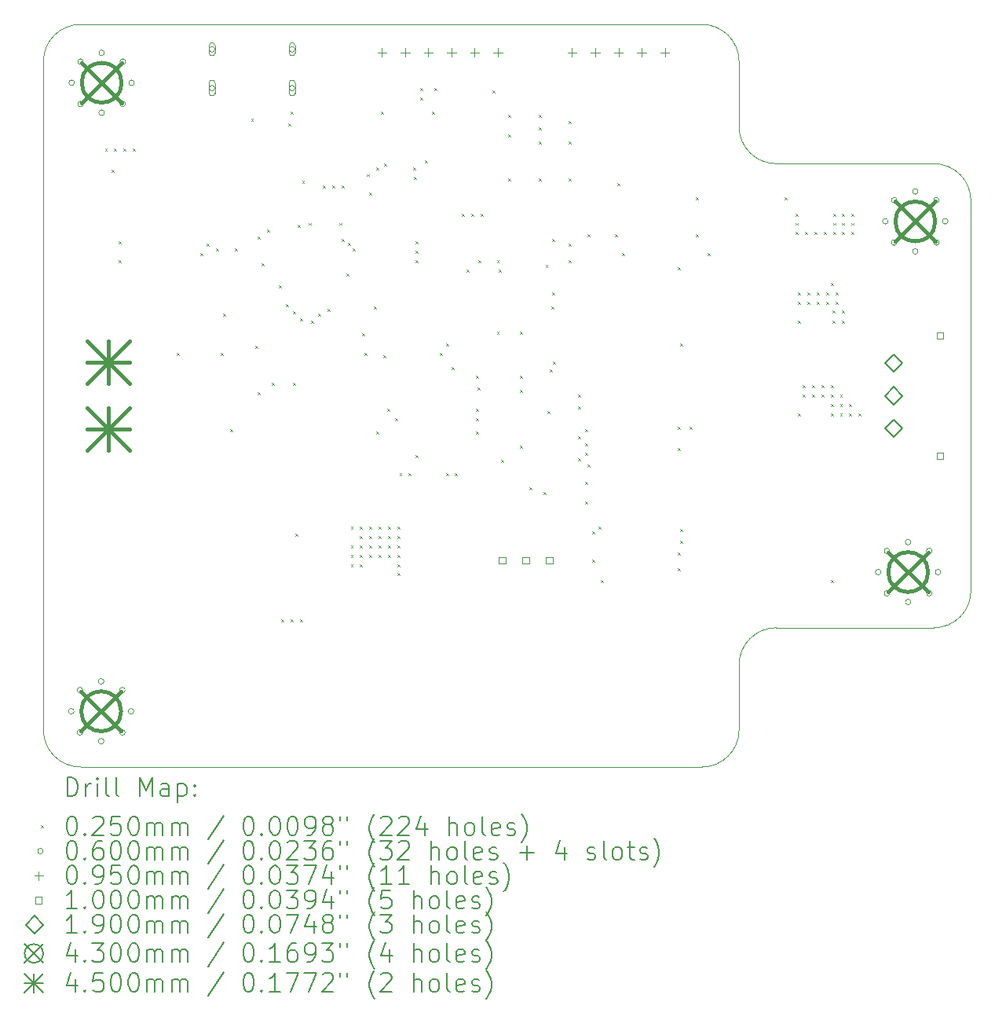
<source format=gbr>
%TF.GenerationSoftware,KiCad,Pcbnew,8.0.4-1.fc40*%
%TF.CreationDate,2024-07-29T21:17:20+02:00*%
%TF.ProjectId,TractionHub,54726163-7469-46f6-9e48-75622e6b6963,rev?*%
%TF.SameCoordinates,Original*%
%TF.FileFunction,Drillmap*%
%TF.FilePolarity,Positive*%
%FSLAX45Y45*%
G04 Gerber Fmt 4.5, Leading zero omitted, Abs format (unit mm)*
G04 Created by KiCad (PCBNEW 8.0.4-1.fc40) date 2024-07-29 21:17:20*
%MOMM*%
%LPD*%
G01*
G04 APERTURE LIST*
%ADD10C,0.050000*%
%ADD11C,0.200000*%
%ADD12C,0.100000*%
%ADD13C,0.190000*%
%ADD14C,0.430000*%
%ADD15C,0.450000*%
G04 APERTURE END LIST*
D10*
X13100000Y-13700000D02*
X19800000Y-13700000D01*
X22700000Y-9700000D02*
X22700000Y-11800000D01*
X20600000Y-7200000D02*
G75*
G02*
X20200000Y-6800000I0J400000D01*
G01*
X20200000Y-12600000D02*
G75*
G02*
X20600000Y-12200000I400000J0D01*
G01*
X22300000Y-7200000D02*
G75*
G02*
X22700000Y-7600000I0J-400000D01*
G01*
X12700000Y-6100000D02*
G75*
G02*
X13100000Y-5700000I400000J0D01*
G01*
X22300000Y-12200000D02*
X20600000Y-12200000D01*
X19800000Y-5700000D02*
G75*
G02*
X20200000Y-6100000I0J-400000D01*
G01*
X22300000Y-7200000D02*
X20600000Y-7200000D01*
X13100000Y-13700000D02*
G75*
G02*
X12700000Y-13300000I0J400000D01*
G01*
X20200000Y-13300000D02*
G75*
G02*
X19800000Y-13700000I-400000J0D01*
G01*
X13100000Y-5700000D02*
X19800000Y-5700000D01*
X20200000Y-6800000D02*
X20200000Y-6100000D01*
X20200000Y-12600000D02*
X20200000Y-13300000D01*
X22700000Y-9700000D02*
X22700000Y-7600000D01*
X22700000Y-11800000D02*
G75*
G02*
X22300000Y-12200000I-400000J0D01*
G01*
X12700000Y-6100000D02*
X12700000Y-13300000D01*
D11*
D12*
X13362500Y-7037500D02*
X13387500Y-7062500D01*
X13387500Y-7037500D02*
X13362500Y-7062500D01*
X13437500Y-7262500D02*
X13462500Y-7287500D01*
X13462500Y-7262500D02*
X13437500Y-7287500D01*
X13462500Y-7037500D02*
X13487500Y-7062500D01*
X13487500Y-7037500D02*
X13462500Y-7062500D01*
X13512500Y-8037500D02*
X13537500Y-8062500D01*
X13537500Y-8037500D02*
X13512500Y-8062500D01*
X13512500Y-8237500D02*
X13537500Y-8262500D01*
X13537500Y-8237500D02*
X13512500Y-8262500D01*
X13562500Y-7037500D02*
X13587500Y-7062500D01*
X13587500Y-7037500D02*
X13562500Y-7062500D01*
X13662500Y-7037500D02*
X13687500Y-7062500D01*
X13687500Y-7037500D02*
X13662500Y-7062500D01*
X14137500Y-9237500D02*
X14162500Y-9262500D01*
X14162500Y-9237500D02*
X14137500Y-9262500D01*
X14387500Y-8162500D02*
X14412500Y-8187500D01*
X14412500Y-8162500D02*
X14387500Y-8187500D01*
X14462500Y-8062500D02*
X14487500Y-8087500D01*
X14487500Y-8062500D02*
X14462500Y-8087500D01*
X14562500Y-8112500D02*
X14587500Y-8137500D01*
X14587500Y-8112500D02*
X14562500Y-8137500D01*
X14612500Y-9237500D02*
X14637500Y-9262500D01*
X14637500Y-9237500D02*
X14612500Y-9262500D01*
X14637500Y-8812500D02*
X14662500Y-8837500D01*
X14662500Y-8812500D02*
X14637500Y-8837500D01*
X14712500Y-10062500D02*
X14737500Y-10087500D01*
X14737500Y-10062500D02*
X14712500Y-10087500D01*
X14762500Y-8112500D02*
X14787500Y-8137500D01*
X14787500Y-8112500D02*
X14762500Y-8137500D01*
X14937500Y-6712500D02*
X14962500Y-6737500D01*
X14962500Y-6712500D02*
X14937500Y-6737500D01*
X14987500Y-9162500D02*
X15012500Y-9187500D01*
X15012500Y-9162500D02*
X14987500Y-9187500D01*
X15012500Y-7987500D02*
X15037500Y-8012500D01*
X15037500Y-7987500D02*
X15012500Y-8012500D01*
X15012500Y-9662500D02*
X15037500Y-9687500D01*
X15037500Y-9662500D02*
X15012500Y-9687500D01*
X15049800Y-8274800D02*
X15074800Y-8299800D01*
X15074800Y-8274800D02*
X15049800Y-8299800D01*
X15112500Y-7912500D02*
X15137500Y-7937500D01*
X15137500Y-7912500D02*
X15112500Y-7937500D01*
X15162500Y-9562500D02*
X15187500Y-9587500D01*
X15187500Y-9562500D02*
X15162500Y-9587500D01*
X15237500Y-8512500D02*
X15262500Y-8537500D01*
X15262500Y-8512500D02*
X15237500Y-8537500D01*
X15262500Y-12112500D02*
X15287500Y-12137500D01*
X15287500Y-12112500D02*
X15262500Y-12137500D01*
X15312500Y-8712500D02*
X15337500Y-8737500D01*
X15337500Y-8712500D02*
X15312500Y-8737500D01*
X15337500Y-6762500D02*
X15362500Y-6787500D01*
X15362500Y-6762500D02*
X15337500Y-6787500D01*
X15362500Y-6637500D02*
X15387500Y-6662500D01*
X15387500Y-6637500D02*
X15362500Y-6662500D01*
X15362500Y-12112500D02*
X15387500Y-12137500D01*
X15387500Y-12112500D02*
X15362500Y-12137500D01*
X15387500Y-8787500D02*
X15412500Y-8812500D01*
X15412500Y-8787500D02*
X15387500Y-8812500D01*
X15387500Y-9562500D02*
X15412500Y-9587500D01*
X15412500Y-9562500D02*
X15387500Y-9587500D01*
X15412500Y-11187500D02*
X15437500Y-11212500D01*
X15437500Y-11187500D02*
X15412500Y-11212500D01*
X15437500Y-7862500D02*
X15462500Y-7887500D01*
X15462500Y-7862500D02*
X15437500Y-7887500D01*
X15462500Y-8862500D02*
X15487500Y-8887500D01*
X15487500Y-8862500D02*
X15462500Y-8887500D01*
X15462500Y-12112500D02*
X15487500Y-12137500D01*
X15487500Y-12112500D02*
X15462500Y-12137500D01*
X15487500Y-7387500D02*
X15512500Y-7412500D01*
X15512500Y-7387500D02*
X15487500Y-7412500D01*
X15562500Y-7837500D02*
X15587500Y-7862500D01*
X15587500Y-7837500D02*
X15562500Y-7862500D01*
X15587500Y-8887500D02*
X15612500Y-8912500D01*
X15612500Y-8887500D02*
X15587500Y-8912500D01*
X15662500Y-8812500D02*
X15687500Y-8837500D01*
X15687500Y-8812500D02*
X15662500Y-8837500D01*
X15712500Y-7437500D02*
X15737500Y-7462500D01*
X15737500Y-7437500D02*
X15712500Y-7462500D01*
X15762500Y-8762500D02*
X15787500Y-8787500D01*
X15787500Y-8762500D02*
X15762500Y-8787500D01*
X15812500Y-7437500D02*
X15837500Y-7462500D01*
X15837500Y-7437500D02*
X15812500Y-7462500D01*
X15887500Y-7837500D02*
X15912500Y-7862500D01*
X15912500Y-7837500D02*
X15887500Y-7862500D01*
X15912500Y-7437500D02*
X15937500Y-7462500D01*
X15937500Y-7437500D02*
X15912500Y-7462500D01*
X15912500Y-8012500D02*
X15937500Y-8037500D01*
X15937500Y-8012500D02*
X15912500Y-8037500D01*
X15962500Y-8387500D02*
X15987500Y-8412500D01*
X15987500Y-8387500D02*
X15962500Y-8412500D01*
X15980931Y-8055931D02*
X16005931Y-8080931D01*
X16005931Y-8055931D02*
X15980931Y-8080931D01*
X16012500Y-11112500D02*
X16037500Y-11137500D01*
X16037500Y-11112500D02*
X16012500Y-11137500D01*
X16012500Y-11312500D02*
X16037500Y-11337500D01*
X16037500Y-11312500D02*
X16012500Y-11337500D01*
X16012500Y-11412500D02*
X16037500Y-11437500D01*
X16037500Y-11412500D02*
X16012500Y-11437500D01*
X16012500Y-11512500D02*
X16037500Y-11537500D01*
X16037500Y-11512500D02*
X16012500Y-11537500D01*
X16037500Y-8112500D02*
X16062500Y-8137500D01*
X16062500Y-8112500D02*
X16037500Y-8137500D01*
X16112500Y-11112500D02*
X16137500Y-11137500D01*
X16137500Y-11112500D02*
X16112500Y-11137500D01*
X16112500Y-11212500D02*
X16137500Y-11237500D01*
X16137500Y-11212500D02*
X16112500Y-11237500D01*
X16112500Y-11312500D02*
X16137500Y-11337500D01*
X16137500Y-11312500D02*
X16112500Y-11337500D01*
X16112500Y-11412500D02*
X16137500Y-11437500D01*
X16137500Y-11412500D02*
X16112500Y-11437500D01*
X16112500Y-11512500D02*
X16137500Y-11537500D01*
X16137500Y-11512500D02*
X16112500Y-11537500D01*
X16137500Y-9030000D02*
X16162500Y-9055000D01*
X16162500Y-9030000D02*
X16137500Y-9055000D01*
X16162500Y-9237500D02*
X16187500Y-9262500D01*
X16187500Y-9237500D02*
X16162500Y-9262500D01*
X16187500Y-7312500D02*
X16212500Y-7337500D01*
X16212500Y-7312500D02*
X16187500Y-7337500D01*
X16212500Y-7512500D02*
X16237500Y-7537500D01*
X16237500Y-7512500D02*
X16212500Y-7537500D01*
X16212500Y-11112500D02*
X16237500Y-11137500D01*
X16237500Y-11112500D02*
X16212500Y-11137500D01*
X16212500Y-11212500D02*
X16237500Y-11237500D01*
X16237500Y-11212500D02*
X16212500Y-11237500D01*
X16212500Y-11312500D02*
X16237500Y-11337500D01*
X16237500Y-11312500D02*
X16212500Y-11337500D01*
X16212500Y-11412500D02*
X16237500Y-11437500D01*
X16237500Y-11412500D02*
X16212500Y-11437500D01*
X16262500Y-8737500D02*
X16287500Y-8762500D01*
X16287500Y-8737500D02*
X16262500Y-8762500D01*
X16287500Y-7237500D02*
X16312500Y-7262500D01*
X16312500Y-7237500D02*
X16287500Y-7262500D01*
X16287500Y-10087500D02*
X16312500Y-10112500D01*
X16312500Y-10087500D02*
X16287500Y-10112500D01*
X16312500Y-11112500D02*
X16337500Y-11137500D01*
X16337500Y-11112500D02*
X16312500Y-11137500D01*
X16312500Y-11212500D02*
X16337500Y-11237500D01*
X16337500Y-11212500D02*
X16312500Y-11237500D01*
X16312500Y-11312500D02*
X16337500Y-11337500D01*
X16337500Y-11312500D02*
X16312500Y-11337500D01*
X16312500Y-11412500D02*
X16337500Y-11437500D01*
X16337500Y-11412500D02*
X16312500Y-11437500D01*
X16337500Y-6637500D02*
X16362500Y-6662500D01*
X16362500Y-6637500D02*
X16337500Y-6662500D01*
X16362500Y-9262500D02*
X16387500Y-9287500D01*
X16387500Y-9262500D02*
X16362500Y-9287500D01*
X16375000Y-7200000D02*
X16400000Y-7225000D01*
X16400000Y-7200000D02*
X16375000Y-7225000D01*
X16407542Y-9837500D02*
X16432542Y-9862500D01*
X16432542Y-9837500D02*
X16407542Y-9862500D01*
X16412500Y-11112500D02*
X16437500Y-11137500D01*
X16437500Y-11112500D02*
X16412500Y-11137500D01*
X16412500Y-11212500D02*
X16437500Y-11237500D01*
X16437500Y-11212500D02*
X16412500Y-11237500D01*
X16412500Y-11312500D02*
X16437500Y-11337500D01*
X16437500Y-11312500D02*
X16412500Y-11337500D01*
X16412500Y-11412500D02*
X16437500Y-11437500D01*
X16437500Y-11412500D02*
X16412500Y-11437500D01*
X16487500Y-9937500D02*
X16512500Y-9962500D01*
X16512500Y-9937500D02*
X16487500Y-9962500D01*
X16512500Y-11112500D02*
X16537500Y-11137500D01*
X16537500Y-11112500D02*
X16512500Y-11137500D01*
X16512500Y-11212500D02*
X16537500Y-11237500D01*
X16537500Y-11212500D02*
X16512500Y-11237500D01*
X16512500Y-11312500D02*
X16537500Y-11337500D01*
X16537500Y-11312500D02*
X16512500Y-11337500D01*
X16512500Y-11412500D02*
X16537500Y-11437500D01*
X16537500Y-11412500D02*
X16512500Y-11437500D01*
X16512500Y-11512500D02*
X16537500Y-11537500D01*
X16537500Y-11512500D02*
X16512500Y-11537500D01*
X16512500Y-11612500D02*
X16537500Y-11637500D01*
X16537500Y-11612500D02*
X16512500Y-11637500D01*
X16537500Y-10537500D02*
X16562500Y-10562500D01*
X16562500Y-10537500D02*
X16537500Y-10562500D01*
X16637500Y-10537500D02*
X16662500Y-10562500D01*
X16662500Y-10537500D02*
X16637500Y-10562500D01*
X16687500Y-7237500D02*
X16712500Y-7262500D01*
X16712500Y-7237500D02*
X16687500Y-7262500D01*
X16693431Y-7343431D02*
X16718431Y-7368431D01*
X16718431Y-7343431D02*
X16693431Y-7368431D01*
X16712500Y-8037500D02*
X16737500Y-8062500D01*
X16737500Y-8037500D02*
X16712500Y-8062500D01*
X16712500Y-8137500D02*
X16737500Y-8162500D01*
X16737500Y-8137500D02*
X16712500Y-8162500D01*
X16712500Y-8237500D02*
X16737500Y-8262500D01*
X16737500Y-8237500D02*
X16712500Y-8262500D01*
X16712500Y-10337500D02*
X16737500Y-10362500D01*
X16737500Y-10337500D02*
X16712500Y-10362500D01*
X16762500Y-6387500D02*
X16787500Y-6412500D01*
X16787500Y-6387500D02*
X16762500Y-6412500D01*
X16762500Y-6487500D02*
X16787500Y-6512500D01*
X16787500Y-6487500D02*
X16762500Y-6512500D01*
X16812500Y-7162500D02*
X16837500Y-7187500D01*
X16837500Y-7162500D02*
X16812500Y-7187500D01*
X16887500Y-6637500D02*
X16912500Y-6662500D01*
X16912500Y-6637500D02*
X16887500Y-6662500D01*
X16912500Y-6387500D02*
X16937500Y-6412500D01*
X16937500Y-6387500D02*
X16912500Y-6412500D01*
X16974800Y-9237500D02*
X16999800Y-9262500D01*
X16999800Y-9237500D02*
X16974800Y-9262500D01*
X17037500Y-9137500D02*
X17062500Y-9162500D01*
X17062500Y-9137500D02*
X17037500Y-9162500D01*
X17037500Y-10537500D02*
X17062500Y-10562500D01*
X17062500Y-10537500D02*
X17037500Y-10562500D01*
X17100200Y-9387500D02*
X17125200Y-9412500D01*
X17125200Y-9387500D02*
X17100200Y-9412500D01*
X17137500Y-10537500D02*
X17162500Y-10562500D01*
X17162500Y-10537500D02*
X17137500Y-10562500D01*
X17212500Y-7737500D02*
X17237500Y-7762500D01*
X17237500Y-7737500D02*
X17212500Y-7762500D01*
X17262500Y-8337500D02*
X17287500Y-8362500D01*
X17287500Y-8337500D02*
X17262500Y-8362500D01*
X17312500Y-7737500D02*
X17337500Y-7762500D01*
X17337500Y-7737500D02*
X17312500Y-7762500D01*
X17362500Y-9487500D02*
X17387500Y-9512500D01*
X17387500Y-9487500D02*
X17362500Y-9512500D01*
X17362500Y-9837500D02*
X17387500Y-9862500D01*
X17387500Y-9837500D02*
X17362500Y-9862500D01*
X17362500Y-9937500D02*
X17387500Y-9962500D01*
X17387500Y-9937500D02*
X17362500Y-9962500D01*
X17362500Y-10087500D02*
X17387500Y-10112500D01*
X17387500Y-10087500D02*
X17362500Y-10112500D01*
X17378200Y-9612500D02*
X17403200Y-9637500D01*
X17403200Y-9612500D02*
X17378200Y-9637500D01*
X17387500Y-8237500D02*
X17412500Y-8262500D01*
X17412500Y-8237500D02*
X17387500Y-8262500D01*
X17412500Y-7737500D02*
X17437500Y-7762500D01*
X17437500Y-7737500D02*
X17412500Y-7762500D01*
X17537500Y-6412500D02*
X17562500Y-6437500D01*
X17562500Y-6412500D02*
X17537500Y-6437500D01*
X17587500Y-8237500D02*
X17612500Y-8262500D01*
X17612500Y-8237500D02*
X17587500Y-8262500D01*
X17587500Y-9012500D02*
X17612500Y-9037500D01*
X17612500Y-9012500D02*
X17587500Y-9037500D01*
X17612500Y-8337500D02*
X17637500Y-8362500D01*
X17637500Y-8337500D02*
X17612500Y-8362500D01*
X17637500Y-10387500D02*
X17662500Y-10412500D01*
X17662500Y-10387500D02*
X17637500Y-10412500D01*
X17712500Y-6674800D02*
X17737500Y-6699800D01*
X17737500Y-6674800D02*
X17712500Y-6699800D01*
X17712500Y-6887500D02*
X17737500Y-6912500D01*
X17737500Y-6887500D02*
X17712500Y-6912500D01*
X17712500Y-7362500D02*
X17737500Y-7387500D01*
X17737500Y-7362500D02*
X17712500Y-7387500D01*
X17837500Y-9012500D02*
X17862500Y-9037500D01*
X17862500Y-9012500D02*
X17837500Y-9037500D01*
X17837500Y-10237500D02*
X17862500Y-10262500D01*
X17862500Y-10237500D02*
X17837500Y-10262500D01*
X17839200Y-9487500D02*
X17864200Y-9512500D01*
X17864200Y-9487500D02*
X17839200Y-9512500D01*
X17839200Y-9637500D02*
X17864200Y-9662500D01*
X17864200Y-9637500D02*
X17839200Y-9662500D01*
X17937500Y-10687500D02*
X17962500Y-10712500D01*
X17962500Y-10687500D02*
X17937500Y-10712500D01*
X18037500Y-6674800D02*
X18062500Y-6699800D01*
X18062500Y-6674800D02*
X18037500Y-6699800D01*
X18037500Y-6812500D02*
X18062500Y-6837500D01*
X18062500Y-6812500D02*
X18037500Y-6837500D01*
X18037500Y-6962500D02*
X18062500Y-6987500D01*
X18062500Y-6962500D02*
X18037500Y-6987500D01*
X18037500Y-7362500D02*
X18062500Y-7387500D01*
X18062500Y-7362500D02*
X18037500Y-7387500D01*
X18087500Y-10737500D02*
X18112500Y-10762500D01*
X18112500Y-10737500D02*
X18087500Y-10762500D01*
X18112500Y-8287500D02*
X18137500Y-8312500D01*
X18137500Y-8287500D02*
X18112500Y-8312500D01*
X18137500Y-9862500D02*
X18162500Y-9887500D01*
X18162500Y-9862500D02*
X18137500Y-9887500D01*
X18162500Y-9412500D02*
X18187500Y-9437500D01*
X18187500Y-9412500D02*
X18162500Y-9437500D01*
X18177500Y-8737500D02*
X18202500Y-8762500D01*
X18202500Y-8737500D02*
X18177500Y-8762500D01*
X18187500Y-8012500D02*
X18212500Y-8037500D01*
X18212500Y-8012500D02*
X18187500Y-8037500D01*
X18187500Y-8587500D02*
X18212500Y-8612500D01*
X18212500Y-8587500D02*
X18187500Y-8612500D01*
X18192500Y-9332500D02*
X18217500Y-9357500D01*
X18217500Y-9332500D02*
X18192500Y-9357500D01*
X18362500Y-6737500D02*
X18387500Y-6762500D01*
X18387500Y-6737500D02*
X18362500Y-6762500D01*
X18362500Y-6962500D02*
X18387500Y-6987500D01*
X18387500Y-6962500D02*
X18362500Y-6987500D01*
X18362500Y-7362500D02*
X18387500Y-7387500D01*
X18387500Y-7362500D02*
X18362500Y-7387500D01*
X18362500Y-8062500D02*
X18387500Y-8087500D01*
X18387500Y-8062500D02*
X18362500Y-8087500D01*
X18362500Y-8237500D02*
X18387500Y-8262500D01*
X18387500Y-8237500D02*
X18362500Y-8262500D01*
X18462202Y-9687500D02*
X18487202Y-9712500D01*
X18487202Y-9687500D02*
X18462202Y-9712500D01*
X18462500Y-9812500D02*
X18487500Y-9837500D01*
X18487500Y-9812500D02*
X18462500Y-9837500D01*
X18462500Y-10137500D02*
X18487500Y-10162500D01*
X18487500Y-10137500D02*
X18462500Y-10162500D01*
X18462500Y-10372500D02*
X18487500Y-10397500D01*
X18487500Y-10372500D02*
X18462500Y-10397500D01*
X18537500Y-10062500D02*
X18562500Y-10087500D01*
X18562500Y-10062500D02*
X18537500Y-10087500D01*
X18537500Y-10212500D02*
X18562500Y-10237500D01*
X18562500Y-10212500D02*
X18537500Y-10237500D01*
X18537500Y-10312500D02*
X18562500Y-10337500D01*
X18562500Y-10312500D02*
X18537500Y-10337500D01*
X18537500Y-10627500D02*
X18562500Y-10652500D01*
X18562500Y-10627500D02*
X18537500Y-10652500D01*
X18537500Y-10837500D02*
X18562500Y-10862500D01*
X18562500Y-10837500D02*
X18537500Y-10862500D01*
X18562500Y-7962500D02*
X18587500Y-7987500D01*
X18587500Y-7962500D02*
X18562500Y-7987500D01*
X18562500Y-10437500D02*
X18587500Y-10462500D01*
X18587500Y-10437500D02*
X18562500Y-10462500D01*
X18612500Y-11162500D02*
X18637500Y-11187500D01*
X18637500Y-11162500D02*
X18612500Y-11187500D01*
X18612500Y-11462500D02*
X18637500Y-11487500D01*
X18637500Y-11462500D02*
X18612500Y-11487500D01*
X18687500Y-11112500D02*
X18712500Y-11137500D01*
X18712500Y-11112500D02*
X18687500Y-11137500D01*
X18712500Y-11687500D02*
X18737500Y-11712500D01*
X18737500Y-11687500D02*
X18712500Y-11712500D01*
X18862500Y-7962500D02*
X18887500Y-7987500D01*
X18887500Y-7962500D02*
X18862500Y-7987500D01*
X18887500Y-7412500D02*
X18912500Y-7437500D01*
X18912500Y-7412500D02*
X18887500Y-7437500D01*
X18937500Y-8162500D02*
X18962500Y-8187500D01*
X18962500Y-8162500D02*
X18937500Y-8187500D01*
X19537500Y-8312500D02*
X19562500Y-8337500D01*
X19562500Y-8312500D02*
X19537500Y-8337500D01*
X19537500Y-10037500D02*
X19562500Y-10062500D01*
X19562500Y-10037500D02*
X19537500Y-10062500D01*
X19537500Y-10262500D02*
X19562500Y-10287500D01*
X19562500Y-10262500D02*
X19537500Y-10287500D01*
X19537500Y-11387500D02*
X19562500Y-11412500D01*
X19562500Y-11387500D02*
X19537500Y-11412500D01*
X19537500Y-11562500D02*
X19562500Y-11587500D01*
X19562500Y-11562500D02*
X19537500Y-11587500D01*
X19562500Y-9137500D02*
X19587500Y-9162500D01*
X19587500Y-9137500D02*
X19562500Y-9162500D01*
X19562500Y-11137500D02*
X19587500Y-11162500D01*
X19587500Y-11137500D02*
X19562500Y-11162500D01*
X19566153Y-11262868D02*
X19591153Y-11287868D01*
X19591153Y-11262868D02*
X19566153Y-11287868D01*
X19662500Y-10037500D02*
X19687500Y-10062500D01*
X19687500Y-10037500D02*
X19662500Y-10062500D01*
X19737500Y-7562500D02*
X19762500Y-7587500D01*
X19762500Y-7562500D02*
X19737500Y-7587500D01*
X19737500Y-7962500D02*
X19762500Y-7987500D01*
X19762500Y-7962500D02*
X19737500Y-7987500D01*
X19862500Y-8162500D02*
X19887500Y-8187500D01*
X19887500Y-8162500D02*
X19862500Y-8187500D01*
X20687500Y-7562500D02*
X20712500Y-7587500D01*
X20712500Y-7562500D02*
X20687500Y-7587500D01*
X20812500Y-7737500D02*
X20837500Y-7762500D01*
X20837500Y-7737500D02*
X20812500Y-7762500D01*
X20812500Y-7837500D02*
X20837500Y-7862500D01*
X20837500Y-7837500D02*
X20812500Y-7862500D01*
X20812500Y-7937500D02*
X20837500Y-7962500D01*
X20837500Y-7937500D02*
X20812500Y-7962500D01*
X20837500Y-8587500D02*
X20862500Y-8612500D01*
X20862500Y-8587500D02*
X20837500Y-8612500D01*
X20837500Y-8687500D02*
X20862500Y-8712500D01*
X20862500Y-8687500D02*
X20837500Y-8712500D01*
X20837500Y-8887500D02*
X20862500Y-8912500D01*
X20862500Y-8887500D02*
X20837500Y-8912500D01*
X20837500Y-9893500D02*
X20862500Y-9918500D01*
X20862500Y-9893500D02*
X20837500Y-9918500D01*
X20887500Y-9587500D02*
X20912500Y-9612500D01*
X20912500Y-9587500D02*
X20887500Y-9612500D01*
X20887500Y-9687500D02*
X20912500Y-9712500D01*
X20912500Y-9687500D02*
X20887500Y-9712500D01*
X20912500Y-7937500D02*
X20937500Y-7962500D01*
X20937500Y-7937500D02*
X20912500Y-7962500D01*
X20937500Y-8587500D02*
X20962500Y-8612500D01*
X20962500Y-8587500D02*
X20937500Y-8612500D01*
X20937500Y-8687500D02*
X20962500Y-8712500D01*
X20962500Y-8687500D02*
X20937500Y-8712500D01*
X20987500Y-9587500D02*
X21012500Y-9612500D01*
X21012500Y-9587500D02*
X20987500Y-9612500D01*
X20987500Y-9687500D02*
X21012500Y-9712500D01*
X21012500Y-9687500D02*
X20987500Y-9712500D01*
X21012500Y-7937500D02*
X21037500Y-7962500D01*
X21037500Y-7937500D02*
X21012500Y-7962500D01*
X21037500Y-8587500D02*
X21062500Y-8612500D01*
X21062500Y-8587500D02*
X21037500Y-8612500D01*
X21037500Y-8687500D02*
X21062500Y-8712500D01*
X21062500Y-8687500D02*
X21037500Y-8712500D01*
X21087500Y-9587500D02*
X21112500Y-9612500D01*
X21112500Y-9587500D02*
X21087500Y-9612500D01*
X21087500Y-9687500D02*
X21112500Y-9712500D01*
X21112500Y-9687500D02*
X21087500Y-9712500D01*
X21112500Y-7937500D02*
X21137500Y-7962500D01*
X21137500Y-7937500D02*
X21112500Y-7962500D01*
X21137500Y-8587500D02*
X21162500Y-8612500D01*
X21162500Y-8587500D02*
X21137500Y-8612500D01*
X21137500Y-8687500D02*
X21162500Y-8712500D01*
X21162500Y-8687500D02*
X21137500Y-8712500D01*
X21187500Y-8487500D02*
X21212500Y-8512500D01*
X21212500Y-8487500D02*
X21187500Y-8512500D01*
X21187500Y-9587500D02*
X21212500Y-9612500D01*
X21212500Y-9587500D02*
X21187500Y-9612500D01*
X21187500Y-9687500D02*
X21212500Y-9712500D01*
X21212500Y-9687500D02*
X21187500Y-9712500D01*
X21187500Y-9787500D02*
X21212500Y-9812500D01*
X21212500Y-9787500D02*
X21187500Y-9812500D01*
X21187500Y-9887500D02*
X21212500Y-9912500D01*
X21212500Y-9887500D02*
X21187500Y-9912500D01*
X21187500Y-11687500D02*
X21212500Y-11712500D01*
X21212500Y-11687500D02*
X21187500Y-11712500D01*
X21207407Y-8783540D02*
X21232407Y-8808540D01*
X21232407Y-8783540D02*
X21207407Y-8808540D01*
X21209783Y-8888865D02*
X21234783Y-8913865D01*
X21234783Y-8888865D02*
X21209783Y-8913865D01*
X21212500Y-7737500D02*
X21237500Y-7762500D01*
X21237500Y-7737500D02*
X21212500Y-7762500D01*
X21212500Y-7837500D02*
X21237500Y-7862500D01*
X21237500Y-7837500D02*
X21212500Y-7862500D01*
X21212500Y-7937500D02*
X21237500Y-7962500D01*
X21237500Y-7937500D02*
X21212500Y-7962500D01*
X21237500Y-8587500D02*
X21262500Y-8612500D01*
X21262500Y-8587500D02*
X21237500Y-8612500D01*
X21237500Y-8687500D02*
X21262500Y-8712500D01*
X21262500Y-8687500D02*
X21237500Y-8712500D01*
X21287500Y-9687500D02*
X21312500Y-9712500D01*
X21312500Y-9687500D02*
X21287500Y-9712500D01*
X21287500Y-9787500D02*
X21312500Y-9812500D01*
X21312500Y-9787500D02*
X21287500Y-9812500D01*
X21287500Y-9887500D02*
X21312500Y-9912500D01*
X21312500Y-9887500D02*
X21287500Y-9912500D01*
X21304813Y-8785124D02*
X21329813Y-8810124D01*
X21329813Y-8785124D02*
X21304813Y-8810124D01*
X21304813Y-8890449D02*
X21329813Y-8915449D01*
X21329813Y-8890449D02*
X21304813Y-8915449D01*
X21312500Y-7737500D02*
X21337500Y-7762500D01*
X21337500Y-7737500D02*
X21312500Y-7762500D01*
X21312500Y-7837500D02*
X21337500Y-7862500D01*
X21337500Y-7837500D02*
X21312500Y-7862500D01*
X21312500Y-7937500D02*
X21337500Y-7962500D01*
X21337500Y-7937500D02*
X21312500Y-7962500D01*
X21387500Y-9787500D02*
X21412500Y-9812500D01*
X21412500Y-9787500D02*
X21387500Y-9812500D01*
X21387500Y-9887500D02*
X21412500Y-9912500D01*
X21412500Y-9887500D02*
X21387500Y-9912500D01*
X21412500Y-7737500D02*
X21437500Y-7762500D01*
X21437500Y-7737500D02*
X21412500Y-7762500D01*
X21412500Y-7837500D02*
X21437500Y-7862500D01*
X21437500Y-7837500D02*
X21412500Y-7862500D01*
X21412500Y-7937500D02*
X21437500Y-7962500D01*
X21437500Y-7937500D02*
X21412500Y-7962500D01*
X21487500Y-9887500D02*
X21512500Y-9912500D01*
X21512500Y-9887500D02*
X21487500Y-9912500D01*
X13030000Y-13100000D02*
G75*
G02*
X12970000Y-13100000I-30000J0D01*
G01*
X12970000Y-13100000D02*
G75*
G02*
X13030000Y-13100000I30000J0D01*
G01*
X13035542Y-6328042D02*
G75*
G02*
X12975542Y-6328042I-30000J0D01*
G01*
X12975542Y-6328042D02*
G75*
G02*
X13035542Y-6328042I30000J0D01*
G01*
X13124458Y-12871958D02*
G75*
G02*
X13064458Y-12871958I-30000J0D01*
G01*
X13064458Y-12871958D02*
G75*
G02*
X13124458Y-12871958I30000J0D01*
G01*
X13124458Y-13328042D02*
G75*
G02*
X13064458Y-13328042I-30000J0D01*
G01*
X13064458Y-13328042D02*
G75*
G02*
X13124458Y-13328042I30000J0D01*
G01*
X13130000Y-6100000D02*
G75*
G02*
X13070000Y-6100000I-30000J0D01*
G01*
X13070000Y-6100000D02*
G75*
G02*
X13130000Y-6100000I30000J0D01*
G01*
X13130000Y-6556084D02*
G75*
G02*
X13070000Y-6556084I-30000J0D01*
G01*
X13070000Y-6556084D02*
G75*
G02*
X13130000Y-6556084I30000J0D01*
G01*
X13352500Y-12777500D02*
G75*
G02*
X13292500Y-12777500I-30000J0D01*
G01*
X13292500Y-12777500D02*
G75*
G02*
X13352500Y-12777500I30000J0D01*
G01*
X13352500Y-13422500D02*
G75*
G02*
X13292500Y-13422500I-30000J0D01*
G01*
X13292500Y-13422500D02*
G75*
G02*
X13352500Y-13422500I30000J0D01*
G01*
X13358042Y-6005542D02*
G75*
G02*
X13298042Y-6005542I-30000J0D01*
G01*
X13298042Y-6005542D02*
G75*
G02*
X13358042Y-6005542I30000J0D01*
G01*
X13358042Y-6650542D02*
G75*
G02*
X13298042Y-6650542I-30000J0D01*
G01*
X13298042Y-6650542D02*
G75*
G02*
X13358042Y-6650542I30000J0D01*
G01*
X13580542Y-12871958D02*
G75*
G02*
X13520542Y-12871958I-30000J0D01*
G01*
X13520542Y-12871958D02*
G75*
G02*
X13580542Y-12871958I30000J0D01*
G01*
X13580542Y-13328042D02*
G75*
G02*
X13520542Y-13328042I-30000J0D01*
G01*
X13520542Y-13328042D02*
G75*
G02*
X13580542Y-13328042I30000J0D01*
G01*
X13586084Y-6100000D02*
G75*
G02*
X13526084Y-6100000I-30000J0D01*
G01*
X13526084Y-6100000D02*
G75*
G02*
X13586084Y-6100000I30000J0D01*
G01*
X13586084Y-6556084D02*
G75*
G02*
X13526084Y-6556084I-30000J0D01*
G01*
X13526084Y-6556084D02*
G75*
G02*
X13586084Y-6556084I30000J0D01*
G01*
X13675000Y-13100000D02*
G75*
G02*
X13615000Y-13100000I-30000J0D01*
G01*
X13615000Y-13100000D02*
G75*
G02*
X13675000Y-13100000I30000J0D01*
G01*
X13680542Y-6328042D02*
G75*
G02*
X13620542Y-6328042I-30000J0D01*
G01*
X13620542Y-6328042D02*
G75*
G02*
X13680542Y-6328042I30000J0D01*
G01*
X14548000Y-5967500D02*
G75*
G02*
X14488000Y-5967500I-30000J0D01*
G01*
X14488000Y-5967500D02*
G75*
G02*
X14548000Y-5967500I30000J0D01*
G01*
X14548000Y-6007500D02*
X14548000Y-5927500D01*
X14488000Y-5927500D02*
G75*
G02*
X14548000Y-5927500I30000J0D01*
G01*
X14488000Y-5927500D02*
X14488000Y-6007500D01*
X14488000Y-6007500D02*
G75*
G03*
X14548000Y-6007500I30000J0D01*
G01*
X14548000Y-6385500D02*
G75*
G02*
X14488000Y-6385500I-30000J0D01*
G01*
X14488000Y-6385500D02*
G75*
G02*
X14548000Y-6385500I30000J0D01*
G01*
X14548000Y-6440500D02*
X14548000Y-6330500D01*
X14488000Y-6330500D02*
G75*
G02*
X14548000Y-6330500I30000J0D01*
G01*
X14488000Y-6330500D02*
X14488000Y-6440500D01*
X14488000Y-6440500D02*
G75*
G03*
X14548000Y-6440500I30000J0D01*
G01*
X15412000Y-5967500D02*
G75*
G02*
X15352000Y-5967500I-30000J0D01*
G01*
X15352000Y-5967500D02*
G75*
G02*
X15412000Y-5967500I30000J0D01*
G01*
X15412000Y-6007500D02*
X15412000Y-5927500D01*
X15352000Y-5927500D02*
G75*
G02*
X15412000Y-5927500I30000J0D01*
G01*
X15352000Y-5927500D02*
X15352000Y-6007500D01*
X15352000Y-6007500D02*
G75*
G03*
X15412000Y-6007500I30000J0D01*
G01*
X15412000Y-6385500D02*
G75*
G02*
X15352000Y-6385500I-30000J0D01*
G01*
X15352000Y-6385500D02*
G75*
G02*
X15412000Y-6385500I30000J0D01*
G01*
X15412000Y-6440500D02*
X15412000Y-6330500D01*
X15352000Y-6330500D02*
G75*
G02*
X15412000Y-6330500I30000J0D01*
G01*
X15352000Y-6330500D02*
X15352000Y-6440500D01*
X15352000Y-6440500D02*
G75*
G03*
X15412000Y-6440500I30000J0D01*
G01*
X21730000Y-11600000D02*
G75*
G02*
X21670000Y-11600000I-30000J0D01*
G01*
X21670000Y-11600000D02*
G75*
G02*
X21730000Y-11600000I30000J0D01*
G01*
X21807500Y-7822500D02*
G75*
G02*
X21747500Y-7822500I-30000J0D01*
G01*
X21747500Y-7822500D02*
G75*
G02*
X21807500Y-7822500I30000J0D01*
G01*
X21824458Y-11371958D02*
G75*
G02*
X21764458Y-11371958I-30000J0D01*
G01*
X21764458Y-11371958D02*
G75*
G02*
X21824458Y-11371958I30000J0D01*
G01*
X21824458Y-11828042D02*
G75*
G02*
X21764458Y-11828042I-30000J0D01*
G01*
X21764458Y-11828042D02*
G75*
G02*
X21824458Y-11828042I30000J0D01*
G01*
X21901958Y-7594458D02*
G75*
G02*
X21841958Y-7594458I-30000J0D01*
G01*
X21841958Y-7594458D02*
G75*
G02*
X21901958Y-7594458I30000J0D01*
G01*
X21901958Y-8050542D02*
G75*
G02*
X21841958Y-8050542I-30000J0D01*
G01*
X21841958Y-8050542D02*
G75*
G02*
X21901958Y-8050542I30000J0D01*
G01*
X22052500Y-11277500D02*
G75*
G02*
X21992500Y-11277500I-30000J0D01*
G01*
X21992500Y-11277500D02*
G75*
G02*
X22052500Y-11277500I30000J0D01*
G01*
X22052500Y-11922500D02*
G75*
G02*
X21992500Y-11922500I-30000J0D01*
G01*
X21992500Y-11922500D02*
G75*
G02*
X22052500Y-11922500I30000J0D01*
G01*
X22130000Y-7500000D02*
G75*
G02*
X22070000Y-7500000I-30000J0D01*
G01*
X22070000Y-7500000D02*
G75*
G02*
X22130000Y-7500000I30000J0D01*
G01*
X22130000Y-8145000D02*
G75*
G02*
X22070000Y-8145000I-30000J0D01*
G01*
X22070000Y-8145000D02*
G75*
G02*
X22130000Y-8145000I30000J0D01*
G01*
X22280542Y-11371958D02*
G75*
G02*
X22220542Y-11371958I-30000J0D01*
G01*
X22220542Y-11371958D02*
G75*
G02*
X22280542Y-11371958I30000J0D01*
G01*
X22280542Y-11828042D02*
G75*
G02*
X22220542Y-11828042I-30000J0D01*
G01*
X22220542Y-11828042D02*
G75*
G02*
X22280542Y-11828042I30000J0D01*
G01*
X22358042Y-7594458D02*
G75*
G02*
X22298042Y-7594458I-30000J0D01*
G01*
X22298042Y-7594458D02*
G75*
G02*
X22358042Y-7594458I30000J0D01*
G01*
X22358042Y-8050542D02*
G75*
G02*
X22298042Y-8050542I-30000J0D01*
G01*
X22298042Y-8050542D02*
G75*
G02*
X22358042Y-8050542I30000J0D01*
G01*
X22375000Y-11600000D02*
G75*
G02*
X22315000Y-11600000I-30000J0D01*
G01*
X22315000Y-11600000D02*
G75*
G02*
X22375000Y-11600000I30000J0D01*
G01*
X22452500Y-7822500D02*
G75*
G02*
X22392500Y-7822500I-30000J0D01*
G01*
X22392500Y-7822500D02*
G75*
G02*
X22452500Y-7822500I30000J0D01*
G01*
X16350000Y-5952500D02*
X16350000Y-6047500D01*
X16302500Y-6000000D02*
X16397500Y-6000000D01*
X16600000Y-5952500D02*
X16600000Y-6047500D01*
X16552500Y-6000000D02*
X16647500Y-6000000D01*
X16850000Y-5952500D02*
X16850000Y-6047500D01*
X16802500Y-6000000D02*
X16897500Y-6000000D01*
X17100000Y-5952500D02*
X17100000Y-6047500D01*
X17052500Y-6000000D02*
X17147500Y-6000000D01*
X17350000Y-5952500D02*
X17350000Y-6047500D01*
X17302500Y-6000000D02*
X17397500Y-6000000D01*
X17600000Y-5952500D02*
X17600000Y-6047500D01*
X17552500Y-6000000D02*
X17647500Y-6000000D01*
X18400000Y-5952500D02*
X18400000Y-6047500D01*
X18352500Y-6000000D02*
X18447500Y-6000000D01*
X18650000Y-5952500D02*
X18650000Y-6047500D01*
X18602500Y-6000000D02*
X18697500Y-6000000D01*
X18900000Y-5952500D02*
X18900000Y-6047500D01*
X18852500Y-6000000D02*
X18947500Y-6000000D01*
X19150000Y-5952500D02*
X19150000Y-6047500D01*
X19102500Y-6000000D02*
X19197500Y-6000000D01*
X19400000Y-5952500D02*
X19400000Y-6047500D01*
X19352500Y-6000000D02*
X19447500Y-6000000D01*
X17681356Y-11510356D02*
X17681356Y-11439644D01*
X17610644Y-11439644D01*
X17610644Y-11510356D01*
X17681356Y-11510356D01*
X17935356Y-11510356D02*
X17935356Y-11439644D01*
X17864644Y-11439644D01*
X17864644Y-11510356D01*
X17935356Y-11510356D01*
X18189356Y-11510356D02*
X18189356Y-11439644D01*
X18118644Y-11439644D01*
X18118644Y-11510356D01*
X18189356Y-11510356D01*
X22402856Y-9085356D02*
X22402856Y-9014644D01*
X22332144Y-9014644D01*
X22332144Y-9085356D01*
X22402856Y-9085356D01*
X22402856Y-10385356D02*
X22402856Y-10314644D01*
X22332144Y-10314644D01*
X22332144Y-10385356D01*
X22402856Y-10385356D01*
D13*
X21867500Y-9445000D02*
X21962500Y-9350000D01*
X21867500Y-9255000D01*
X21772500Y-9350000D01*
X21867500Y-9445000D01*
X21867500Y-9795000D02*
X21962500Y-9700000D01*
X21867500Y-9605000D01*
X21772500Y-9700000D01*
X21867500Y-9795000D01*
X21867500Y-10145000D02*
X21962500Y-10050000D01*
X21867500Y-9955000D01*
X21772500Y-10050000D01*
X21867500Y-10145000D01*
D14*
X13107500Y-12885000D02*
X13537500Y-13315000D01*
X13537500Y-12885000D02*
X13107500Y-13315000D01*
X13537500Y-13100000D02*
G75*
G02*
X13107500Y-13100000I-215000J0D01*
G01*
X13107500Y-13100000D02*
G75*
G02*
X13537500Y-13100000I215000J0D01*
G01*
X13113042Y-6113042D02*
X13543042Y-6543042D01*
X13543042Y-6113042D02*
X13113042Y-6543042D01*
X13543042Y-6328042D02*
G75*
G02*
X13113042Y-6328042I-215000J0D01*
G01*
X13113042Y-6328042D02*
G75*
G02*
X13543042Y-6328042I215000J0D01*
G01*
X21807500Y-11385000D02*
X22237500Y-11815000D01*
X22237500Y-11385000D02*
X21807500Y-11815000D01*
X22237500Y-11600000D02*
G75*
G02*
X21807500Y-11600000I-215000J0D01*
G01*
X21807500Y-11600000D02*
G75*
G02*
X22237500Y-11600000I215000J0D01*
G01*
X21885000Y-7607500D02*
X22315000Y-8037500D01*
X22315000Y-7607500D02*
X21885000Y-8037500D01*
X22315000Y-7822500D02*
G75*
G02*
X21885000Y-7822500I-215000J0D01*
G01*
X21885000Y-7822500D02*
G75*
G02*
X22315000Y-7822500I215000J0D01*
G01*
D15*
X13175000Y-9115000D02*
X13625000Y-9565000D01*
X13625000Y-9115000D02*
X13175000Y-9565000D01*
X13400000Y-9115000D02*
X13400000Y-9565000D01*
X13175000Y-9340000D02*
X13625000Y-9340000D01*
X13175000Y-9835000D02*
X13625000Y-10285000D01*
X13625000Y-9835000D02*
X13175000Y-10285000D01*
X13400000Y-9835000D02*
X13400000Y-10285000D01*
X13175000Y-10060000D02*
X13625000Y-10060000D01*
D11*
X12958277Y-14013984D02*
X12958277Y-13813984D01*
X12958277Y-13813984D02*
X13005896Y-13813984D01*
X13005896Y-13813984D02*
X13034467Y-13823508D01*
X13034467Y-13823508D02*
X13053515Y-13842555D01*
X13053515Y-13842555D02*
X13063039Y-13861603D01*
X13063039Y-13861603D02*
X13072562Y-13899698D01*
X13072562Y-13899698D02*
X13072562Y-13928269D01*
X13072562Y-13928269D02*
X13063039Y-13966365D01*
X13063039Y-13966365D02*
X13053515Y-13985412D01*
X13053515Y-13985412D02*
X13034467Y-14004460D01*
X13034467Y-14004460D02*
X13005896Y-14013984D01*
X13005896Y-14013984D02*
X12958277Y-14013984D01*
X13158277Y-14013984D02*
X13158277Y-13880650D01*
X13158277Y-13918746D02*
X13167801Y-13899698D01*
X13167801Y-13899698D02*
X13177324Y-13890174D01*
X13177324Y-13890174D02*
X13196372Y-13880650D01*
X13196372Y-13880650D02*
X13215420Y-13880650D01*
X13282086Y-14013984D02*
X13282086Y-13880650D01*
X13282086Y-13813984D02*
X13272562Y-13823508D01*
X13272562Y-13823508D02*
X13282086Y-13833031D01*
X13282086Y-13833031D02*
X13291610Y-13823508D01*
X13291610Y-13823508D02*
X13282086Y-13813984D01*
X13282086Y-13813984D02*
X13282086Y-13833031D01*
X13405896Y-14013984D02*
X13386848Y-14004460D01*
X13386848Y-14004460D02*
X13377324Y-13985412D01*
X13377324Y-13985412D02*
X13377324Y-13813984D01*
X13510658Y-14013984D02*
X13491610Y-14004460D01*
X13491610Y-14004460D02*
X13482086Y-13985412D01*
X13482086Y-13985412D02*
X13482086Y-13813984D01*
X13739229Y-14013984D02*
X13739229Y-13813984D01*
X13739229Y-13813984D02*
X13805896Y-13956841D01*
X13805896Y-13956841D02*
X13872562Y-13813984D01*
X13872562Y-13813984D02*
X13872562Y-14013984D01*
X14053515Y-14013984D02*
X14053515Y-13909222D01*
X14053515Y-13909222D02*
X14043991Y-13890174D01*
X14043991Y-13890174D02*
X14024943Y-13880650D01*
X14024943Y-13880650D02*
X13986848Y-13880650D01*
X13986848Y-13880650D02*
X13967801Y-13890174D01*
X14053515Y-14004460D02*
X14034467Y-14013984D01*
X14034467Y-14013984D02*
X13986848Y-14013984D01*
X13986848Y-14013984D02*
X13967801Y-14004460D01*
X13967801Y-14004460D02*
X13958277Y-13985412D01*
X13958277Y-13985412D02*
X13958277Y-13966365D01*
X13958277Y-13966365D02*
X13967801Y-13947317D01*
X13967801Y-13947317D02*
X13986848Y-13937793D01*
X13986848Y-13937793D02*
X14034467Y-13937793D01*
X14034467Y-13937793D02*
X14053515Y-13928269D01*
X14148753Y-13880650D02*
X14148753Y-14080650D01*
X14148753Y-13890174D02*
X14167801Y-13880650D01*
X14167801Y-13880650D02*
X14205896Y-13880650D01*
X14205896Y-13880650D02*
X14224943Y-13890174D01*
X14224943Y-13890174D02*
X14234467Y-13899698D01*
X14234467Y-13899698D02*
X14243991Y-13918746D01*
X14243991Y-13918746D02*
X14243991Y-13975888D01*
X14243991Y-13975888D02*
X14234467Y-13994936D01*
X14234467Y-13994936D02*
X14224943Y-14004460D01*
X14224943Y-14004460D02*
X14205896Y-14013984D01*
X14205896Y-14013984D02*
X14167801Y-14013984D01*
X14167801Y-14013984D02*
X14148753Y-14004460D01*
X14329705Y-13994936D02*
X14339229Y-14004460D01*
X14339229Y-14004460D02*
X14329705Y-14013984D01*
X14329705Y-14013984D02*
X14320182Y-14004460D01*
X14320182Y-14004460D02*
X14329705Y-13994936D01*
X14329705Y-13994936D02*
X14329705Y-14013984D01*
X14329705Y-13890174D02*
X14339229Y-13899698D01*
X14339229Y-13899698D02*
X14329705Y-13909222D01*
X14329705Y-13909222D02*
X14320182Y-13899698D01*
X14320182Y-13899698D02*
X14329705Y-13890174D01*
X14329705Y-13890174D02*
X14329705Y-13909222D01*
D12*
X12672500Y-14330000D02*
X12697500Y-14355000D01*
X12697500Y-14330000D02*
X12672500Y-14355000D01*
D11*
X12996372Y-14233984D02*
X13015420Y-14233984D01*
X13015420Y-14233984D02*
X13034467Y-14243508D01*
X13034467Y-14243508D02*
X13043991Y-14253031D01*
X13043991Y-14253031D02*
X13053515Y-14272079D01*
X13053515Y-14272079D02*
X13063039Y-14310174D01*
X13063039Y-14310174D02*
X13063039Y-14357793D01*
X13063039Y-14357793D02*
X13053515Y-14395888D01*
X13053515Y-14395888D02*
X13043991Y-14414936D01*
X13043991Y-14414936D02*
X13034467Y-14424460D01*
X13034467Y-14424460D02*
X13015420Y-14433984D01*
X13015420Y-14433984D02*
X12996372Y-14433984D01*
X12996372Y-14433984D02*
X12977324Y-14424460D01*
X12977324Y-14424460D02*
X12967801Y-14414936D01*
X12967801Y-14414936D02*
X12958277Y-14395888D01*
X12958277Y-14395888D02*
X12948753Y-14357793D01*
X12948753Y-14357793D02*
X12948753Y-14310174D01*
X12948753Y-14310174D02*
X12958277Y-14272079D01*
X12958277Y-14272079D02*
X12967801Y-14253031D01*
X12967801Y-14253031D02*
X12977324Y-14243508D01*
X12977324Y-14243508D02*
X12996372Y-14233984D01*
X13148753Y-14414936D02*
X13158277Y-14424460D01*
X13158277Y-14424460D02*
X13148753Y-14433984D01*
X13148753Y-14433984D02*
X13139229Y-14424460D01*
X13139229Y-14424460D02*
X13148753Y-14414936D01*
X13148753Y-14414936D02*
X13148753Y-14433984D01*
X13234467Y-14253031D02*
X13243991Y-14243508D01*
X13243991Y-14243508D02*
X13263039Y-14233984D01*
X13263039Y-14233984D02*
X13310658Y-14233984D01*
X13310658Y-14233984D02*
X13329705Y-14243508D01*
X13329705Y-14243508D02*
X13339229Y-14253031D01*
X13339229Y-14253031D02*
X13348753Y-14272079D01*
X13348753Y-14272079D02*
X13348753Y-14291127D01*
X13348753Y-14291127D02*
X13339229Y-14319698D01*
X13339229Y-14319698D02*
X13224943Y-14433984D01*
X13224943Y-14433984D02*
X13348753Y-14433984D01*
X13529705Y-14233984D02*
X13434467Y-14233984D01*
X13434467Y-14233984D02*
X13424943Y-14329222D01*
X13424943Y-14329222D02*
X13434467Y-14319698D01*
X13434467Y-14319698D02*
X13453515Y-14310174D01*
X13453515Y-14310174D02*
X13501134Y-14310174D01*
X13501134Y-14310174D02*
X13520182Y-14319698D01*
X13520182Y-14319698D02*
X13529705Y-14329222D01*
X13529705Y-14329222D02*
X13539229Y-14348269D01*
X13539229Y-14348269D02*
X13539229Y-14395888D01*
X13539229Y-14395888D02*
X13529705Y-14414936D01*
X13529705Y-14414936D02*
X13520182Y-14424460D01*
X13520182Y-14424460D02*
X13501134Y-14433984D01*
X13501134Y-14433984D02*
X13453515Y-14433984D01*
X13453515Y-14433984D02*
X13434467Y-14424460D01*
X13434467Y-14424460D02*
X13424943Y-14414936D01*
X13663039Y-14233984D02*
X13682086Y-14233984D01*
X13682086Y-14233984D02*
X13701134Y-14243508D01*
X13701134Y-14243508D02*
X13710658Y-14253031D01*
X13710658Y-14253031D02*
X13720182Y-14272079D01*
X13720182Y-14272079D02*
X13729705Y-14310174D01*
X13729705Y-14310174D02*
X13729705Y-14357793D01*
X13729705Y-14357793D02*
X13720182Y-14395888D01*
X13720182Y-14395888D02*
X13710658Y-14414936D01*
X13710658Y-14414936D02*
X13701134Y-14424460D01*
X13701134Y-14424460D02*
X13682086Y-14433984D01*
X13682086Y-14433984D02*
X13663039Y-14433984D01*
X13663039Y-14433984D02*
X13643991Y-14424460D01*
X13643991Y-14424460D02*
X13634467Y-14414936D01*
X13634467Y-14414936D02*
X13624943Y-14395888D01*
X13624943Y-14395888D02*
X13615420Y-14357793D01*
X13615420Y-14357793D02*
X13615420Y-14310174D01*
X13615420Y-14310174D02*
X13624943Y-14272079D01*
X13624943Y-14272079D02*
X13634467Y-14253031D01*
X13634467Y-14253031D02*
X13643991Y-14243508D01*
X13643991Y-14243508D02*
X13663039Y-14233984D01*
X13815420Y-14433984D02*
X13815420Y-14300650D01*
X13815420Y-14319698D02*
X13824943Y-14310174D01*
X13824943Y-14310174D02*
X13843991Y-14300650D01*
X13843991Y-14300650D02*
X13872563Y-14300650D01*
X13872563Y-14300650D02*
X13891610Y-14310174D01*
X13891610Y-14310174D02*
X13901134Y-14329222D01*
X13901134Y-14329222D02*
X13901134Y-14433984D01*
X13901134Y-14329222D02*
X13910658Y-14310174D01*
X13910658Y-14310174D02*
X13929705Y-14300650D01*
X13929705Y-14300650D02*
X13958277Y-14300650D01*
X13958277Y-14300650D02*
X13977324Y-14310174D01*
X13977324Y-14310174D02*
X13986848Y-14329222D01*
X13986848Y-14329222D02*
X13986848Y-14433984D01*
X14082086Y-14433984D02*
X14082086Y-14300650D01*
X14082086Y-14319698D02*
X14091610Y-14310174D01*
X14091610Y-14310174D02*
X14110658Y-14300650D01*
X14110658Y-14300650D02*
X14139229Y-14300650D01*
X14139229Y-14300650D02*
X14158277Y-14310174D01*
X14158277Y-14310174D02*
X14167801Y-14329222D01*
X14167801Y-14329222D02*
X14167801Y-14433984D01*
X14167801Y-14329222D02*
X14177324Y-14310174D01*
X14177324Y-14310174D02*
X14196372Y-14300650D01*
X14196372Y-14300650D02*
X14224943Y-14300650D01*
X14224943Y-14300650D02*
X14243991Y-14310174D01*
X14243991Y-14310174D02*
X14253515Y-14329222D01*
X14253515Y-14329222D02*
X14253515Y-14433984D01*
X14643991Y-14224460D02*
X14472563Y-14481603D01*
X14901134Y-14233984D02*
X14920182Y-14233984D01*
X14920182Y-14233984D02*
X14939229Y-14243508D01*
X14939229Y-14243508D02*
X14948753Y-14253031D01*
X14948753Y-14253031D02*
X14958277Y-14272079D01*
X14958277Y-14272079D02*
X14967801Y-14310174D01*
X14967801Y-14310174D02*
X14967801Y-14357793D01*
X14967801Y-14357793D02*
X14958277Y-14395888D01*
X14958277Y-14395888D02*
X14948753Y-14414936D01*
X14948753Y-14414936D02*
X14939229Y-14424460D01*
X14939229Y-14424460D02*
X14920182Y-14433984D01*
X14920182Y-14433984D02*
X14901134Y-14433984D01*
X14901134Y-14433984D02*
X14882086Y-14424460D01*
X14882086Y-14424460D02*
X14872563Y-14414936D01*
X14872563Y-14414936D02*
X14863039Y-14395888D01*
X14863039Y-14395888D02*
X14853515Y-14357793D01*
X14853515Y-14357793D02*
X14853515Y-14310174D01*
X14853515Y-14310174D02*
X14863039Y-14272079D01*
X14863039Y-14272079D02*
X14872563Y-14253031D01*
X14872563Y-14253031D02*
X14882086Y-14243508D01*
X14882086Y-14243508D02*
X14901134Y-14233984D01*
X15053515Y-14414936D02*
X15063039Y-14424460D01*
X15063039Y-14424460D02*
X15053515Y-14433984D01*
X15053515Y-14433984D02*
X15043991Y-14424460D01*
X15043991Y-14424460D02*
X15053515Y-14414936D01*
X15053515Y-14414936D02*
X15053515Y-14433984D01*
X15186848Y-14233984D02*
X15205896Y-14233984D01*
X15205896Y-14233984D02*
X15224944Y-14243508D01*
X15224944Y-14243508D02*
X15234467Y-14253031D01*
X15234467Y-14253031D02*
X15243991Y-14272079D01*
X15243991Y-14272079D02*
X15253515Y-14310174D01*
X15253515Y-14310174D02*
X15253515Y-14357793D01*
X15253515Y-14357793D02*
X15243991Y-14395888D01*
X15243991Y-14395888D02*
X15234467Y-14414936D01*
X15234467Y-14414936D02*
X15224944Y-14424460D01*
X15224944Y-14424460D02*
X15205896Y-14433984D01*
X15205896Y-14433984D02*
X15186848Y-14433984D01*
X15186848Y-14433984D02*
X15167801Y-14424460D01*
X15167801Y-14424460D02*
X15158277Y-14414936D01*
X15158277Y-14414936D02*
X15148753Y-14395888D01*
X15148753Y-14395888D02*
X15139229Y-14357793D01*
X15139229Y-14357793D02*
X15139229Y-14310174D01*
X15139229Y-14310174D02*
X15148753Y-14272079D01*
X15148753Y-14272079D02*
X15158277Y-14253031D01*
X15158277Y-14253031D02*
X15167801Y-14243508D01*
X15167801Y-14243508D02*
X15186848Y-14233984D01*
X15377325Y-14233984D02*
X15396372Y-14233984D01*
X15396372Y-14233984D02*
X15415420Y-14243508D01*
X15415420Y-14243508D02*
X15424944Y-14253031D01*
X15424944Y-14253031D02*
X15434467Y-14272079D01*
X15434467Y-14272079D02*
X15443991Y-14310174D01*
X15443991Y-14310174D02*
X15443991Y-14357793D01*
X15443991Y-14357793D02*
X15434467Y-14395888D01*
X15434467Y-14395888D02*
X15424944Y-14414936D01*
X15424944Y-14414936D02*
X15415420Y-14424460D01*
X15415420Y-14424460D02*
X15396372Y-14433984D01*
X15396372Y-14433984D02*
X15377325Y-14433984D01*
X15377325Y-14433984D02*
X15358277Y-14424460D01*
X15358277Y-14424460D02*
X15348753Y-14414936D01*
X15348753Y-14414936D02*
X15339229Y-14395888D01*
X15339229Y-14395888D02*
X15329706Y-14357793D01*
X15329706Y-14357793D02*
X15329706Y-14310174D01*
X15329706Y-14310174D02*
X15339229Y-14272079D01*
X15339229Y-14272079D02*
X15348753Y-14253031D01*
X15348753Y-14253031D02*
X15358277Y-14243508D01*
X15358277Y-14243508D02*
X15377325Y-14233984D01*
X15539229Y-14433984D02*
X15577325Y-14433984D01*
X15577325Y-14433984D02*
X15596372Y-14424460D01*
X15596372Y-14424460D02*
X15605896Y-14414936D01*
X15605896Y-14414936D02*
X15624944Y-14386365D01*
X15624944Y-14386365D02*
X15634467Y-14348269D01*
X15634467Y-14348269D02*
X15634467Y-14272079D01*
X15634467Y-14272079D02*
X15624944Y-14253031D01*
X15624944Y-14253031D02*
X15615420Y-14243508D01*
X15615420Y-14243508D02*
X15596372Y-14233984D01*
X15596372Y-14233984D02*
X15558277Y-14233984D01*
X15558277Y-14233984D02*
X15539229Y-14243508D01*
X15539229Y-14243508D02*
X15529706Y-14253031D01*
X15529706Y-14253031D02*
X15520182Y-14272079D01*
X15520182Y-14272079D02*
X15520182Y-14319698D01*
X15520182Y-14319698D02*
X15529706Y-14338746D01*
X15529706Y-14338746D02*
X15539229Y-14348269D01*
X15539229Y-14348269D02*
X15558277Y-14357793D01*
X15558277Y-14357793D02*
X15596372Y-14357793D01*
X15596372Y-14357793D02*
X15615420Y-14348269D01*
X15615420Y-14348269D02*
X15624944Y-14338746D01*
X15624944Y-14338746D02*
X15634467Y-14319698D01*
X15748753Y-14319698D02*
X15729706Y-14310174D01*
X15729706Y-14310174D02*
X15720182Y-14300650D01*
X15720182Y-14300650D02*
X15710658Y-14281603D01*
X15710658Y-14281603D02*
X15710658Y-14272079D01*
X15710658Y-14272079D02*
X15720182Y-14253031D01*
X15720182Y-14253031D02*
X15729706Y-14243508D01*
X15729706Y-14243508D02*
X15748753Y-14233984D01*
X15748753Y-14233984D02*
X15786848Y-14233984D01*
X15786848Y-14233984D02*
X15805896Y-14243508D01*
X15805896Y-14243508D02*
X15815420Y-14253031D01*
X15815420Y-14253031D02*
X15824944Y-14272079D01*
X15824944Y-14272079D02*
X15824944Y-14281603D01*
X15824944Y-14281603D02*
X15815420Y-14300650D01*
X15815420Y-14300650D02*
X15805896Y-14310174D01*
X15805896Y-14310174D02*
X15786848Y-14319698D01*
X15786848Y-14319698D02*
X15748753Y-14319698D01*
X15748753Y-14319698D02*
X15729706Y-14329222D01*
X15729706Y-14329222D02*
X15720182Y-14338746D01*
X15720182Y-14338746D02*
X15710658Y-14357793D01*
X15710658Y-14357793D02*
X15710658Y-14395888D01*
X15710658Y-14395888D02*
X15720182Y-14414936D01*
X15720182Y-14414936D02*
X15729706Y-14424460D01*
X15729706Y-14424460D02*
X15748753Y-14433984D01*
X15748753Y-14433984D02*
X15786848Y-14433984D01*
X15786848Y-14433984D02*
X15805896Y-14424460D01*
X15805896Y-14424460D02*
X15815420Y-14414936D01*
X15815420Y-14414936D02*
X15824944Y-14395888D01*
X15824944Y-14395888D02*
X15824944Y-14357793D01*
X15824944Y-14357793D02*
X15815420Y-14338746D01*
X15815420Y-14338746D02*
X15805896Y-14329222D01*
X15805896Y-14329222D02*
X15786848Y-14319698D01*
X15901134Y-14233984D02*
X15901134Y-14272079D01*
X15977325Y-14233984D02*
X15977325Y-14272079D01*
X16272563Y-14510174D02*
X16263039Y-14500650D01*
X16263039Y-14500650D02*
X16243991Y-14472079D01*
X16243991Y-14472079D02*
X16234468Y-14453031D01*
X16234468Y-14453031D02*
X16224944Y-14424460D01*
X16224944Y-14424460D02*
X16215420Y-14376841D01*
X16215420Y-14376841D02*
X16215420Y-14338746D01*
X16215420Y-14338746D02*
X16224944Y-14291127D01*
X16224944Y-14291127D02*
X16234468Y-14262555D01*
X16234468Y-14262555D02*
X16243991Y-14243508D01*
X16243991Y-14243508D02*
X16263039Y-14214936D01*
X16263039Y-14214936D02*
X16272563Y-14205412D01*
X16339229Y-14253031D02*
X16348753Y-14243508D01*
X16348753Y-14243508D02*
X16367801Y-14233984D01*
X16367801Y-14233984D02*
X16415420Y-14233984D01*
X16415420Y-14233984D02*
X16434468Y-14243508D01*
X16434468Y-14243508D02*
X16443991Y-14253031D01*
X16443991Y-14253031D02*
X16453515Y-14272079D01*
X16453515Y-14272079D02*
X16453515Y-14291127D01*
X16453515Y-14291127D02*
X16443991Y-14319698D01*
X16443991Y-14319698D02*
X16329706Y-14433984D01*
X16329706Y-14433984D02*
X16453515Y-14433984D01*
X16529706Y-14253031D02*
X16539229Y-14243508D01*
X16539229Y-14243508D02*
X16558277Y-14233984D01*
X16558277Y-14233984D02*
X16605896Y-14233984D01*
X16605896Y-14233984D02*
X16624944Y-14243508D01*
X16624944Y-14243508D02*
X16634468Y-14253031D01*
X16634468Y-14253031D02*
X16643991Y-14272079D01*
X16643991Y-14272079D02*
X16643991Y-14291127D01*
X16643991Y-14291127D02*
X16634468Y-14319698D01*
X16634468Y-14319698D02*
X16520182Y-14433984D01*
X16520182Y-14433984D02*
X16643991Y-14433984D01*
X16815420Y-14300650D02*
X16815420Y-14433984D01*
X16767801Y-14224460D02*
X16720182Y-14367317D01*
X16720182Y-14367317D02*
X16843991Y-14367317D01*
X17072563Y-14433984D02*
X17072563Y-14233984D01*
X17158277Y-14433984D02*
X17158277Y-14329222D01*
X17158277Y-14329222D02*
X17148753Y-14310174D01*
X17148753Y-14310174D02*
X17129706Y-14300650D01*
X17129706Y-14300650D02*
X17101134Y-14300650D01*
X17101134Y-14300650D02*
X17082087Y-14310174D01*
X17082087Y-14310174D02*
X17072563Y-14319698D01*
X17282087Y-14433984D02*
X17263039Y-14424460D01*
X17263039Y-14424460D02*
X17253515Y-14414936D01*
X17253515Y-14414936D02*
X17243992Y-14395888D01*
X17243992Y-14395888D02*
X17243992Y-14338746D01*
X17243992Y-14338746D02*
X17253515Y-14319698D01*
X17253515Y-14319698D02*
X17263039Y-14310174D01*
X17263039Y-14310174D02*
X17282087Y-14300650D01*
X17282087Y-14300650D02*
X17310658Y-14300650D01*
X17310658Y-14300650D02*
X17329706Y-14310174D01*
X17329706Y-14310174D02*
X17339230Y-14319698D01*
X17339230Y-14319698D02*
X17348753Y-14338746D01*
X17348753Y-14338746D02*
X17348753Y-14395888D01*
X17348753Y-14395888D02*
X17339230Y-14414936D01*
X17339230Y-14414936D02*
X17329706Y-14424460D01*
X17329706Y-14424460D02*
X17310658Y-14433984D01*
X17310658Y-14433984D02*
X17282087Y-14433984D01*
X17463039Y-14433984D02*
X17443992Y-14424460D01*
X17443992Y-14424460D02*
X17434468Y-14405412D01*
X17434468Y-14405412D02*
X17434468Y-14233984D01*
X17615420Y-14424460D02*
X17596373Y-14433984D01*
X17596373Y-14433984D02*
X17558277Y-14433984D01*
X17558277Y-14433984D02*
X17539230Y-14424460D01*
X17539230Y-14424460D02*
X17529706Y-14405412D01*
X17529706Y-14405412D02*
X17529706Y-14329222D01*
X17529706Y-14329222D02*
X17539230Y-14310174D01*
X17539230Y-14310174D02*
X17558277Y-14300650D01*
X17558277Y-14300650D02*
X17596373Y-14300650D01*
X17596373Y-14300650D02*
X17615420Y-14310174D01*
X17615420Y-14310174D02*
X17624944Y-14329222D01*
X17624944Y-14329222D02*
X17624944Y-14348269D01*
X17624944Y-14348269D02*
X17529706Y-14367317D01*
X17701134Y-14424460D02*
X17720182Y-14433984D01*
X17720182Y-14433984D02*
X17758277Y-14433984D01*
X17758277Y-14433984D02*
X17777325Y-14424460D01*
X17777325Y-14424460D02*
X17786849Y-14405412D01*
X17786849Y-14405412D02*
X17786849Y-14395888D01*
X17786849Y-14395888D02*
X17777325Y-14376841D01*
X17777325Y-14376841D02*
X17758277Y-14367317D01*
X17758277Y-14367317D02*
X17729706Y-14367317D01*
X17729706Y-14367317D02*
X17710658Y-14357793D01*
X17710658Y-14357793D02*
X17701134Y-14338746D01*
X17701134Y-14338746D02*
X17701134Y-14329222D01*
X17701134Y-14329222D02*
X17710658Y-14310174D01*
X17710658Y-14310174D02*
X17729706Y-14300650D01*
X17729706Y-14300650D02*
X17758277Y-14300650D01*
X17758277Y-14300650D02*
X17777325Y-14310174D01*
X17853515Y-14510174D02*
X17863039Y-14500650D01*
X17863039Y-14500650D02*
X17882087Y-14472079D01*
X17882087Y-14472079D02*
X17891611Y-14453031D01*
X17891611Y-14453031D02*
X17901134Y-14424460D01*
X17901134Y-14424460D02*
X17910658Y-14376841D01*
X17910658Y-14376841D02*
X17910658Y-14338746D01*
X17910658Y-14338746D02*
X17901134Y-14291127D01*
X17901134Y-14291127D02*
X17891611Y-14262555D01*
X17891611Y-14262555D02*
X17882087Y-14243508D01*
X17882087Y-14243508D02*
X17863039Y-14214936D01*
X17863039Y-14214936D02*
X17853515Y-14205412D01*
D12*
X12697500Y-14606500D02*
G75*
G02*
X12637500Y-14606500I-30000J0D01*
G01*
X12637500Y-14606500D02*
G75*
G02*
X12697500Y-14606500I30000J0D01*
G01*
D11*
X12996372Y-14497984D02*
X13015420Y-14497984D01*
X13015420Y-14497984D02*
X13034467Y-14507508D01*
X13034467Y-14507508D02*
X13043991Y-14517031D01*
X13043991Y-14517031D02*
X13053515Y-14536079D01*
X13053515Y-14536079D02*
X13063039Y-14574174D01*
X13063039Y-14574174D02*
X13063039Y-14621793D01*
X13063039Y-14621793D02*
X13053515Y-14659888D01*
X13053515Y-14659888D02*
X13043991Y-14678936D01*
X13043991Y-14678936D02*
X13034467Y-14688460D01*
X13034467Y-14688460D02*
X13015420Y-14697984D01*
X13015420Y-14697984D02*
X12996372Y-14697984D01*
X12996372Y-14697984D02*
X12977324Y-14688460D01*
X12977324Y-14688460D02*
X12967801Y-14678936D01*
X12967801Y-14678936D02*
X12958277Y-14659888D01*
X12958277Y-14659888D02*
X12948753Y-14621793D01*
X12948753Y-14621793D02*
X12948753Y-14574174D01*
X12948753Y-14574174D02*
X12958277Y-14536079D01*
X12958277Y-14536079D02*
X12967801Y-14517031D01*
X12967801Y-14517031D02*
X12977324Y-14507508D01*
X12977324Y-14507508D02*
X12996372Y-14497984D01*
X13148753Y-14678936D02*
X13158277Y-14688460D01*
X13158277Y-14688460D02*
X13148753Y-14697984D01*
X13148753Y-14697984D02*
X13139229Y-14688460D01*
X13139229Y-14688460D02*
X13148753Y-14678936D01*
X13148753Y-14678936D02*
X13148753Y-14697984D01*
X13329705Y-14497984D02*
X13291610Y-14497984D01*
X13291610Y-14497984D02*
X13272562Y-14507508D01*
X13272562Y-14507508D02*
X13263039Y-14517031D01*
X13263039Y-14517031D02*
X13243991Y-14545603D01*
X13243991Y-14545603D02*
X13234467Y-14583698D01*
X13234467Y-14583698D02*
X13234467Y-14659888D01*
X13234467Y-14659888D02*
X13243991Y-14678936D01*
X13243991Y-14678936D02*
X13253515Y-14688460D01*
X13253515Y-14688460D02*
X13272562Y-14697984D01*
X13272562Y-14697984D02*
X13310658Y-14697984D01*
X13310658Y-14697984D02*
X13329705Y-14688460D01*
X13329705Y-14688460D02*
X13339229Y-14678936D01*
X13339229Y-14678936D02*
X13348753Y-14659888D01*
X13348753Y-14659888D02*
X13348753Y-14612269D01*
X13348753Y-14612269D02*
X13339229Y-14593222D01*
X13339229Y-14593222D02*
X13329705Y-14583698D01*
X13329705Y-14583698D02*
X13310658Y-14574174D01*
X13310658Y-14574174D02*
X13272562Y-14574174D01*
X13272562Y-14574174D02*
X13253515Y-14583698D01*
X13253515Y-14583698D02*
X13243991Y-14593222D01*
X13243991Y-14593222D02*
X13234467Y-14612269D01*
X13472562Y-14497984D02*
X13491610Y-14497984D01*
X13491610Y-14497984D02*
X13510658Y-14507508D01*
X13510658Y-14507508D02*
X13520182Y-14517031D01*
X13520182Y-14517031D02*
X13529705Y-14536079D01*
X13529705Y-14536079D02*
X13539229Y-14574174D01*
X13539229Y-14574174D02*
X13539229Y-14621793D01*
X13539229Y-14621793D02*
X13529705Y-14659888D01*
X13529705Y-14659888D02*
X13520182Y-14678936D01*
X13520182Y-14678936D02*
X13510658Y-14688460D01*
X13510658Y-14688460D02*
X13491610Y-14697984D01*
X13491610Y-14697984D02*
X13472562Y-14697984D01*
X13472562Y-14697984D02*
X13453515Y-14688460D01*
X13453515Y-14688460D02*
X13443991Y-14678936D01*
X13443991Y-14678936D02*
X13434467Y-14659888D01*
X13434467Y-14659888D02*
X13424943Y-14621793D01*
X13424943Y-14621793D02*
X13424943Y-14574174D01*
X13424943Y-14574174D02*
X13434467Y-14536079D01*
X13434467Y-14536079D02*
X13443991Y-14517031D01*
X13443991Y-14517031D02*
X13453515Y-14507508D01*
X13453515Y-14507508D02*
X13472562Y-14497984D01*
X13663039Y-14497984D02*
X13682086Y-14497984D01*
X13682086Y-14497984D02*
X13701134Y-14507508D01*
X13701134Y-14507508D02*
X13710658Y-14517031D01*
X13710658Y-14517031D02*
X13720182Y-14536079D01*
X13720182Y-14536079D02*
X13729705Y-14574174D01*
X13729705Y-14574174D02*
X13729705Y-14621793D01*
X13729705Y-14621793D02*
X13720182Y-14659888D01*
X13720182Y-14659888D02*
X13710658Y-14678936D01*
X13710658Y-14678936D02*
X13701134Y-14688460D01*
X13701134Y-14688460D02*
X13682086Y-14697984D01*
X13682086Y-14697984D02*
X13663039Y-14697984D01*
X13663039Y-14697984D02*
X13643991Y-14688460D01*
X13643991Y-14688460D02*
X13634467Y-14678936D01*
X13634467Y-14678936D02*
X13624943Y-14659888D01*
X13624943Y-14659888D02*
X13615420Y-14621793D01*
X13615420Y-14621793D02*
X13615420Y-14574174D01*
X13615420Y-14574174D02*
X13624943Y-14536079D01*
X13624943Y-14536079D02*
X13634467Y-14517031D01*
X13634467Y-14517031D02*
X13643991Y-14507508D01*
X13643991Y-14507508D02*
X13663039Y-14497984D01*
X13815420Y-14697984D02*
X13815420Y-14564650D01*
X13815420Y-14583698D02*
X13824943Y-14574174D01*
X13824943Y-14574174D02*
X13843991Y-14564650D01*
X13843991Y-14564650D02*
X13872563Y-14564650D01*
X13872563Y-14564650D02*
X13891610Y-14574174D01*
X13891610Y-14574174D02*
X13901134Y-14593222D01*
X13901134Y-14593222D02*
X13901134Y-14697984D01*
X13901134Y-14593222D02*
X13910658Y-14574174D01*
X13910658Y-14574174D02*
X13929705Y-14564650D01*
X13929705Y-14564650D02*
X13958277Y-14564650D01*
X13958277Y-14564650D02*
X13977324Y-14574174D01*
X13977324Y-14574174D02*
X13986848Y-14593222D01*
X13986848Y-14593222D02*
X13986848Y-14697984D01*
X14082086Y-14697984D02*
X14082086Y-14564650D01*
X14082086Y-14583698D02*
X14091610Y-14574174D01*
X14091610Y-14574174D02*
X14110658Y-14564650D01*
X14110658Y-14564650D02*
X14139229Y-14564650D01*
X14139229Y-14564650D02*
X14158277Y-14574174D01*
X14158277Y-14574174D02*
X14167801Y-14593222D01*
X14167801Y-14593222D02*
X14167801Y-14697984D01*
X14167801Y-14593222D02*
X14177324Y-14574174D01*
X14177324Y-14574174D02*
X14196372Y-14564650D01*
X14196372Y-14564650D02*
X14224943Y-14564650D01*
X14224943Y-14564650D02*
X14243991Y-14574174D01*
X14243991Y-14574174D02*
X14253515Y-14593222D01*
X14253515Y-14593222D02*
X14253515Y-14697984D01*
X14643991Y-14488460D02*
X14472563Y-14745603D01*
X14901134Y-14497984D02*
X14920182Y-14497984D01*
X14920182Y-14497984D02*
X14939229Y-14507508D01*
X14939229Y-14507508D02*
X14948753Y-14517031D01*
X14948753Y-14517031D02*
X14958277Y-14536079D01*
X14958277Y-14536079D02*
X14967801Y-14574174D01*
X14967801Y-14574174D02*
X14967801Y-14621793D01*
X14967801Y-14621793D02*
X14958277Y-14659888D01*
X14958277Y-14659888D02*
X14948753Y-14678936D01*
X14948753Y-14678936D02*
X14939229Y-14688460D01*
X14939229Y-14688460D02*
X14920182Y-14697984D01*
X14920182Y-14697984D02*
X14901134Y-14697984D01*
X14901134Y-14697984D02*
X14882086Y-14688460D01*
X14882086Y-14688460D02*
X14872563Y-14678936D01*
X14872563Y-14678936D02*
X14863039Y-14659888D01*
X14863039Y-14659888D02*
X14853515Y-14621793D01*
X14853515Y-14621793D02*
X14853515Y-14574174D01*
X14853515Y-14574174D02*
X14863039Y-14536079D01*
X14863039Y-14536079D02*
X14872563Y-14517031D01*
X14872563Y-14517031D02*
X14882086Y-14507508D01*
X14882086Y-14507508D02*
X14901134Y-14497984D01*
X15053515Y-14678936D02*
X15063039Y-14688460D01*
X15063039Y-14688460D02*
X15053515Y-14697984D01*
X15053515Y-14697984D02*
X15043991Y-14688460D01*
X15043991Y-14688460D02*
X15053515Y-14678936D01*
X15053515Y-14678936D02*
X15053515Y-14697984D01*
X15186848Y-14497984D02*
X15205896Y-14497984D01*
X15205896Y-14497984D02*
X15224944Y-14507508D01*
X15224944Y-14507508D02*
X15234467Y-14517031D01*
X15234467Y-14517031D02*
X15243991Y-14536079D01*
X15243991Y-14536079D02*
X15253515Y-14574174D01*
X15253515Y-14574174D02*
X15253515Y-14621793D01*
X15253515Y-14621793D02*
X15243991Y-14659888D01*
X15243991Y-14659888D02*
X15234467Y-14678936D01*
X15234467Y-14678936D02*
X15224944Y-14688460D01*
X15224944Y-14688460D02*
X15205896Y-14697984D01*
X15205896Y-14697984D02*
X15186848Y-14697984D01*
X15186848Y-14697984D02*
X15167801Y-14688460D01*
X15167801Y-14688460D02*
X15158277Y-14678936D01*
X15158277Y-14678936D02*
X15148753Y-14659888D01*
X15148753Y-14659888D02*
X15139229Y-14621793D01*
X15139229Y-14621793D02*
X15139229Y-14574174D01*
X15139229Y-14574174D02*
X15148753Y-14536079D01*
X15148753Y-14536079D02*
X15158277Y-14517031D01*
X15158277Y-14517031D02*
X15167801Y-14507508D01*
X15167801Y-14507508D02*
X15186848Y-14497984D01*
X15329706Y-14517031D02*
X15339229Y-14507508D01*
X15339229Y-14507508D02*
X15358277Y-14497984D01*
X15358277Y-14497984D02*
X15405896Y-14497984D01*
X15405896Y-14497984D02*
X15424944Y-14507508D01*
X15424944Y-14507508D02*
X15434467Y-14517031D01*
X15434467Y-14517031D02*
X15443991Y-14536079D01*
X15443991Y-14536079D02*
X15443991Y-14555127D01*
X15443991Y-14555127D02*
X15434467Y-14583698D01*
X15434467Y-14583698D02*
X15320182Y-14697984D01*
X15320182Y-14697984D02*
X15443991Y-14697984D01*
X15510658Y-14497984D02*
X15634467Y-14497984D01*
X15634467Y-14497984D02*
X15567801Y-14574174D01*
X15567801Y-14574174D02*
X15596372Y-14574174D01*
X15596372Y-14574174D02*
X15615420Y-14583698D01*
X15615420Y-14583698D02*
X15624944Y-14593222D01*
X15624944Y-14593222D02*
X15634467Y-14612269D01*
X15634467Y-14612269D02*
X15634467Y-14659888D01*
X15634467Y-14659888D02*
X15624944Y-14678936D01*
X15624944Y-14678936D02*
X15615420Y-14688460D01*
X15615420Y-14688460D02*
X15596372Y-14697984D01*
X15596372Y-14697984D02*
X15539229Y-14697984D01*
X15539229Y-14697984D02*
X15520182Y-14688460D01*
X15520182Y-14688460D02*
X15510658Y-14678936D01*
X15805896Y-14497984D02*
X15767801Y-14497984D01*
X15767801Y-14497984D02*
X15748753Y-14507508D01*
X15748753Y-14507508D02*
X15739229Y-14517031D01*
X15739229Y-14517031D02*
X15720182Y-14545603D01*
X15720182Y-14545603D02*
X15710658Y-14583698D01*
X15710658Y-14583698D02*
X15710658Y-14659888D01*
X15710658Y-14659888D02*
X15720182Y-14678936D01*
X15720182Y-14678936D02*
X15729706Y-14688460D01*
X15729706Y-14688460D02*
X15748753Y-14697984D01*
X15748753Y-14697984D02*
X15786848Y-14697984D01*
X15786848Y-14697984D02*
X15805896Y-14688460D01*
X15805896Y-14688460D02*
X15815420Y-14678936D01*
X15815420Y-14678936D02*
X15824944Y-14659888D01*
X15824944Y-14659888D02*
X15824944Y-14612269D01*
X15824944Y-14612269D02*
X15815420Y-14593222D01*
X15815420Y-14593222D02*
X15805896Y-14583698D01*
X15805896Y-14583698D02*
X15786848Y-14574174D01*
X15786848Y-14574174D02*
X15748753Y-14574174D01*
X15748753Y-14574174D02*
X15729706Y-14583698D01*
X15729706Y-14583698D02*
X15720182Y-14593222D01*
X15720182Y-14593222D02*
X15710658Y-14612269D01*
X15901134Y-14497984D02*
X15901134Y-14536079D01*
X15977325Y-14497984D02*
X15977325Y-14536079D01*
X16272563Y-14774174D02*
X16263039Y-14764650D01*
X16263039Y-14764650D02*
X16243991Y-14736079D01*
X16243991Y-14736079D02*
X16234468Y-14717031D01*
X16234468Y-14717031D02*
X16224944Y-14688460D01*
X16224944Y-14688460D02*
X16215420Y-14640841D01*
X16215420Y-14640841D02*
X16215420Y-14602746D01*
X16215420Y-14602746D02*
X16224944Y-14555127D01*
X16224944Y-14555127D02*
X16234468Y-14526555D01*
X16234468Y-14526555D02*
X16243991Y-14507508D01*
X16243991Y-14507508D02*
X16263039Y-14478936D01*
X16263039Y-14478936D02*
X16272563Y-14469412D01*
X16329706Y-14497984D02*
X16453515Y-14497984D01*
X16453515Y-14497984D02*
X16386848Y-14574174D01*
X16386848Y-14574174D02*
X16415420Y-14574174D01*
X16415420Y-14574174D02*
X16434468Y-14583698D01*
X16434468Y-14583698D02*
X16443991Y-14593222D01*
X16443991Y-14593222D02*
X16453515Y-14612269D01*
X16453515Y-14612269D02*
X16453515Y-14659888D01*
X16453515Y-14659888D02*
X16443991Y-14678936D01*
X16443991Y-14678936D02*
X16434468Y-14688460D01*
X16434468Y-14688460D02*
X16415420Y-14697984D01*
X16415420Y-14697984D02*
X16358277Y-14697984D01*
X16358277Y-14697984D02*
X16339229Y-14688460D01*
X16339229Y-14688460D02*
X16329706Y-14678936D01*
X16529706Y-14517031D02*
X16539229Y-14507508D01*
X16539229Y-14507508D02*
X16558277Y-14497984D01*
X16558277Y-14497984D02*
X16605896Y-14497984D01*
X16605896Y-14497984D02*
X16624944Y-14507508D01*
X16624944Y-14507508D02*
X16634468Y-14517031D01*
X16634468Y-14517031D02*
X16643991Y-14536079D01*
X16643991Y-14536079D02*
X16643991Y-14555127D01*
X16643991Y-14555127D02*
X16634468Y-14583698D01*
X16634468Y-14583698D02*
X16520182Y-14697984D01*
X16520182Y-14697984D02*
X16643991Y-14697984D01*
X16882087Y-14697984D02*
X16882087Y-14497984D01*
X16967801Y-14697984D02*
X16967801Y-14593222D01*
X16967801Y-14593222D02*
X16958277Y-14574174D01*
X16958277Y-14574174D02*
X16939230Y-14564650D01*
X16939230Y-14564650D02*
X16910658Y-14564650D01*
X16910658Y-14564650D02*
X16891611Y-14574174D01*
X16891611Y-14574174D02*
X16882087Y-14583698D01*
X17091611Y-14697984D02*
X17072563Y-14688460D01*
X17072563Y-14688460D02*
X17063039Y-14678936D01*
X17063039Y-14678936D02*
X17053515Y-14659888D01*
X17053515Y-14659888D02*
X17053515Y-14602746D01*
X17053515Y-14602746D02*
X17063039Y-14583698D01*
X17063039Y-14583698D02*
X17072563Y-14574174D01*
X17072563Y-14574174D02*
X17091611Y-14564650D01*
X17091611Y-14564650D02*
X17120182Y-14564650D01*
X17120182Y-14564650D02*
X17139230Y-14574174D01*
X17139230Y-14574174D02*
X17148753Y-14583698D01*
X17148753Y-14583698D02*
X17158277Y-14602746D01*
X17158277Y-14602746D02*
X17158277Y-14659888D01*
X17158277Y-14659888D02*
X17148753Y-14678936D01*
X17148753Y-14678936D02*
X17139230Y-14688460D01*
X17139230Y-14688460D02*
X17120182Y-14697984D01*
X17120182Y-14697984D02*
X17091611Y-14697984D01*
X17272563Y-14697984D02*
X17253515Y-14688460D01*
X17253515Y-14688460D02*
X17243992Y-14669412D01*
X17243992Y-14669412D02*
X17243992Y-14497984D01*
X17424944Y-14688460D02*
X17405896Y-14697984D01*
X17405896Y-14697984D02*
X17367801Y-14697984D01*
X17367801Y-14697984D02*
X17348753Y-14688460D01*
X17348753Y-14688460D02*
X17339230Y-14669412D01*
X17339230Y-14669412D02*
X17339230Y-14593222D01*
X17339230Y-14593222D02*
X17348753Y-14574174D01*
X17348753Y-14574174D02*
X17367801Y-14564650D01*
X17367801Y-14564650D02*
X17405896Y-14564650D01*
X17405896Y-14564650D02*
X17424944Y-14574174D01*
X17424944Y-14574174D02*
X17434468Y-14593222D01*
X17434468Y-14593222D02*
X17434468Y-14612269D01*
X17434468Y-14612269D02*
X17339230Y-14631317D01*
X17510658Y-14688460D02*
X17529706Y-14697984D01*
X17529706Y-14697984D02*
X17567801Y-14697984D01*
X17567801Y-14697984D02*
X17586849Y-14688460D01*
X17586849Y-14688460D02*
X17596373Y-14669412D01*
X17596373Y-14669412D02*
X17596373Y-14659888D01*
X17596373Y-14659888D02*
X17586849Y-14640841D01*
X17586849Y-14640841D02*
X17567801Y-14631317D01*
X17567801Y-14631317D02*
X17539230Y-14631317D01*
X17539230Y-14631317D02*
X17520182Y-14621793D01*
X17520182Y-14621793D02*
X17510658Y-14602746D01*
X17510658Y-14602746D02*
X17510658Y-14593222D01*
X17510658Y-14593222D02*
X17520182Y-14574174D01*
X17520182Y-14574174D02*
X17539230Y-14564650D01*
X17539230Y-14564650D02*
X17567801Y-14564650D01*
X17567801Y-14564650D02*
X17586849Y-14574174D01*
X17834468Y-14621793D02*
X17986849Y-14621793D01*
X17910658Y-14697984D02*
X17910658Y-14545603D01*
X18320182Y-14564650D02*
X18320182Y-14697984D01*
X18272563Y-14488460D02*
X18224944Y-14631317D01*
X18224944Y-14631317D02*
X18348754Y-14631317D01*
X18567801Y-14688460D02*
X18586849Y-14697984D01*
X18586849Y-14697984D02*
X18624944Y-14697984D01*
X18624944Y-14697984D02*
X18643992Y-14688460D01*
X18643992Y-14688460D02*
X18653516Y-14669412D01*
X18653516Y-14669412D02*
X18653516Y-14659888D01*
X18653516Y-14659888D02*
X18643992Y-14640841D01*
X18643992Y-14640841D02*
X18624944Y-14631317D01*
X18624944Y-14631317D02*
X18596373Y-14631317D01*
X18596373Y-14631317D02*
X18577325Y-14621793D01*
X18577325Y-14621793D02*
X18567801Y-14602746D01*
X18567801Y-14602746D02*
X18567801Y-14593222D01*
X18567801Y-14593222D02*
X18577325Y-14574174D01*
X18577325Y-14574174D02*
X18596373Y-14564650D01*
X18596373Y-14564650D02*
X18624944Y-14564650D01*
X18624944Y-14564650D02*
X18643992Y-14574174D01*
X18767801Y-14697984D02*
X18748754Y-14688460D01*
X18748754Y-14688460D02*
X18739230Y-14669412D01*
X18739230Y-14669412D02*
X18739230Y-14497984D01*
X18872563Y-14697984D02*
X18853516Y-14688460D01*
X18853516Y-14688460D02*
X18843992Y-14678936D01*
X18843992Y-14678936D02*
X18834468Y-14659888D01*
X18834468Y-14659888D02*
X18834468Y-14602746D01*
X18834468Y-14602746D02*
X18843992Y-14583698D01*
X18843992Y-14583698D02*
X18853516Y-14574174D01*
X18853516Y-14574174D02*
X18872563Y-14564650D01*
X18872563Y-14564650D02*
X18901135Y-14564650D01*
X18901135Y-14564650D02*
X18920182Y-14574174D01*
X18920182Y-14574174D02*
X18929706Y-14583698D01*
X18929706Y-14583698D02*
X18939230Y-14602746D01*
X18939230Y-14602746D02*
X18939230Y-14659888D01*
X18939230Y-14659888D02*
X18929706Y-14678936D01*
X18929706Y-14678936D02*
X18920182Y-14688460D01*
X18920182Y-14688460D02*
X18901135Y-14697984D01*
X18901135Y-14697984D02*
X18872563Y-14697984D01*
X18996373Y-14564650D02*
X19072563Y-14564650D01*
X19024944Y-14497984D02*
X19024944Y-14669412D01*
X19024944Y-14669412D02*
X19034468Y-14688460D01*
X19034468Y-14688460D02*
X19053516Y-14697984D01*
X19053516Y-14697984D02*
X19072563Y-14697984D01*
X19129706Y-14688460D02*
X19148754Y-14697984D01*
X19148754Y-14697984D02*
X19186849Y-14697984D01*
X19186849Y-14697984D02*
X19205897Y-14688460D01*
X19205897Y-14688460D02*
X19215420Y-14669412D01*
X19215420Y-14669412D02*
X19215420Y-14659888D01*
X19215420Y-14659888D02*
X19205897Y-14640841D01*
X19205897Y-14640841D02*
X19186849Y-14631317D01*
X19186849Y-14631317D02*
X19158277Y-14631317D01*
X19158277Y-14631317D02*
X19139230Y-14621793D01*
X19139230Y-14621793D02*
X19129706Y-14602746D01*
X19129706Y-14602746D02*
X19129706Y-14593222D01*
X19129706Y-14593222D02*
X19139230Y-14574174D01*
X19139230Y-14574174D02*
X19158277Y-14564650D01*
X19158277Y-14564650D02*
X19186849Y-14564650D01*
X19186849Y-14564650D02*
X19205897Y-14574174D01*
X19282087Y-14774174D02*
X19291611Y-14764650D01*
X19291611Y-14764650D02*
X19310658Y-14736079D01*
X19310658Y-14736079D02*
X19320182Y-14717031D01*
X19320182Y-14717031D02*
X19329706Y-14688460D01*
X19329706Y-14688460D02*
X19339230Y-14640841D01*
X19339230Y-14640841D02*
X19339230Y-14602746D01*
X19339230Y-14602746D02*
X19329706Y-14555127D01*
X19329706Y-14555127D02*
X19320182Y-14526555D01*
X19320182Y-14526555D02*
X19310658Y-14507508D01*
X19310658Y-14507508D02*
X19291611Y-14478936D01*
X19291611Y-14478936D02*
X19282087Y-14469412D01*
D12*
X12650000Y-14823000D02*
X12650000Y-14918000D01*
X12602500Y-14870500D02*
X12697500Y-14870500D01*
D11*
X12996372Y-14761984D02*
X13015420Y-14761984D01*
X13015420Y-14761984D02*
X13034467Y-14771508D01*
X13034467Y-14771508D02*
X13043991Y-14781031D01*
X13043991Y-14781031D02*
X13053515Y-14800079D01*
X13053515Y-14800079D02*
X13063039Y-14838174D01*
X13063039Y-14838174D02*
X13063039Y-14885793D01*
X13063039Y-14885793D02*
X13053515Y-14923888D01*
X13053515Y-14923888D02*
X13043991Y-14942936D01*
X13043991Y-14942936D02*
X13034467Y-14952460D01*
X13034467Y-14952460D02*
X13015420Y-14961984D01*
X13015420Y-14961984D02*
X12996372Y-14961984D01*
X12996372Y-14961984D02*
X12977324Y-14952460D01*
X12977324Y-14952460D02*
X12967801Y-14942936D01*
X12967801Y-14942936D02*
X12958277Y-14923888D01*
X12958277Y-14923888D02*
X12948753Y-14885793D01*
X12948753Y-14885793D02*
X12948753Y-14838174D01*
X12948753Y-14838174D02*
X12958277Y-14800079D01*
X12958277Y-14800079D02*
X12967801Y-14781031D01*
X12967801Y-14781031D02*
X12977324Y-14771508D01*
X12977324Y-14771508D02*
X12996372Y-14761984D01*
X13148753Y-14942936D02*
X13158277Y-14952460D01*
X13158277Y-14952460D02*
X13148753Y-14961984D01*
X13148753Y-14961984D02*
X13139229Y-14952460D01*
X13139229Y-14952460D02*
X13148753Y-14942936D01*
X13148753Y-14942936D02*
X13148753Y-14961984D01*
X13253515Y-14961984D02*
X13291610Y-14961984D01*
X13291610Y-14961984D02*
X13310658Y-14952460D01*
X13310658Y-14952460D02*
X13320182Y-14942936D01*
X13320182Y-14942936D02*
X13339229Y-14914365D01*
X13339229Y-14914365D02*
X13348753Y-14876269D01*
X13348753Y-14876269D02*
X13348753Y-14800079D01*
X13348753Y-14800079D02*
X13339229Y-14781031D01*
X13339229Y-14781031D02*
X13329705Y-14771508D01*
X13329705Y-14771508D02*
X13310658Y-14761984D01*
X13310658Y-14761984D02*
X13272562Y-14761984D01*
X13272562Y-14761984D02*
X13253515Y-14771508D01*
X13253515Y-14771508D02*
X13243991Y-14781031D01*
X13243991Y-14781031D02*
X13234467Y-14800079D01*
X13234467Y-14800079D02*
X13234467Y-14847698D01*
X13234467Y-14847698D02*
X13243991Y-14866746D01*
X13243991Y-14866746D02*
X13253515Y-14876269D01*
X13253515Y-14876269D02*
X13272562Y-14885793D01*
X13272562Y-14885793D02*
X13310658Y-14885793D01*
X13310658Y-14885793D02*
X13329705Y-14876269D01*
X13329705Y-14876269D02*
X13339229Y-14866746D01*
X13339229Y-14866746D02*
X13348753Y-14847698D01*
X13529705Y-14761984D02*
X13434467Y-14761984D01*
X13434467Y-14761984D02*
X13424943Y-14857222D01*
X13424943Y-14857222D02*
X13434467Y-14847698D01*
X13434467Y-14847698D02*
X13453515Y-14838174D01*
X13453515Y-14838174D02*
X13501134Y-14838174D01*
X13501134Y-14838174D02*
X13520182Y-14847698D01*
X13520182Y-14847698D02*
X13529705Y-14857222D01*
X13529705Y-14857222D02*
X13539229Y-14876269D01*
X13539229Y-14876269D02*
X13539229Y-14923888D01*
X13539229Y-14923888D02*
X13529705Y-14942936D01*
X13529705Y-14942936D02*
X13520182Y-14952460D01*
X13520182Y-14952460D02*
X13501134Y-14961984D01*
X13501134Y-14961984D02*
X13453515Y-14961984D01*
X13453515Y-14961984D02*
X13434467Y-14952460D01*
X13434467Y-14952460D02*
X13424943Y-14942936D01*
X13663039Y-14761984D02*
X13682086Y-14761984D01*
X13682086Y-14761984D02*
X13701134Y-14771508D01*
X13701134Y-14771508D02*
X13710658Y-14781031D01*
X13710658Y-14781031D02*
X13720182Y-14800079D01*
X13720182Y-14800079D02*
X13729705Y-14838174D01*
X13729705Y-14838174D02*
X13729705Y-14885793D01*
X13729705Y-14885793D02*
X13720182Y-14923888D01*
X13720182Y-14923888D02*
X13710658Y-14942936D01*
X13710658Y-14942936D02*
X13701134Y-14952460D01*
X13701134Y-14952460D02*
X13682086Y-14961984D01*
X13682086Y-14961984D02*
X13663039Y-14961984D01*
X13663039Y-14961984D02*
X13643991Y-14952460D01*
X13643991Y-14952460D02*
X13634467Y-14942936D01*
X13634467Y-14942936D02*
X13624943Y-14923888D01*
X13624943Y-14923888D02*
X13615420Y-14885793D01*
X13615420Y-14885793D02*
X13615420Y-14838174D01*
X13615420Y-14838174D02*
X13624943Y-14800079D01*
X13624943Y-14800079D02*
X13634467Y-14781031D01*
X13634467Y-14781031D02*
X13643991Y-14771508D01*
X13643991Y-14771508D02*
X13663039Y-14761984D01*
X13815420Y-14961984D02*
X13815420Y-14828650D01*
X13815420Y-14847698D02*
X13824943Y-14838174D01*
X13824943Y-14838174D02*
X13843991Y-14828650D01*
X13843991Y-14828650D02*
X13872563Y-14828650D01*
X13872563Y-14828650D02*
X13891610Y-14838174D01*
X13891610Y-14838174D02*
X13901134Y-14857222D01*
X13901134Y-14857222D02*
X13901134Y-14961984D01*
X13901134Y-14857222D02*
X13910658Y-14838174D01*
X13910658Y-14838174D02*
X13929705Y-14828650D01*
X13929705Y-14828650D02*
X13958277Y-14828650D01*
X13958277Y-14828650D02*
X13977324Y-14838174D01*
X13977324Y-14838174D02*
X13986848Y-14857222D01*
X13986848Y-14857222D02*
X13986848Y-14961984D01*
X14082086Y-14961984D02*
X14082086Y-14828650D01*
X14082086Y-14847698D02*
X14091610Y-14838174D01*
X14091610Y-14838174D02*
X14110658Y-14828650D01*
X14110658Y-14828650D02*
X14139229Y-14828650D01*
X14139229Y-14828650D02*
X14158277Y-14838174D01*
X14158277Y-14838174D02*
X14167801Y-14857222D01*
X14167801Y-14857222D02*
X14167801Y-14961984D01*
X14167801Y-14857222D02*
X14177324Y-14838174D01*
X14177324Y-14838174D02*
X14196372Y-14828650D01*
X14196372Y-14828650D02*
X14224943Y-14828650D01*
X14224943Y-14828650D02*
X14243991Y-14838174D01*
X14243991Y-14838174D02*
X14253515Y-14857222D01*
X14253515Y-14857222D02*
X14253515Y-14961984D01*
X14643991Y-14752460D02*
X14472563Y-15009603D01*
X14901134Y-14761984D02*
X14920182Y-14761984D01*
X14920182Y-14761984D02*
X14939229Y-14771508D01*
X14939229Y-14771508D02*
X14948753Y-14781031D01*
X14948753Y-14781031D02*
X14958277Y-14800079D01*
X14958277Y-14800079D02*
X14967801Y-14838174D01*
X14967801Y-14838174D02*
X14967801Y-14885793D01*
X14967801Y-14885793D02*
X14958277Y-14923888D01*
X14958277Y-14923888D02*
X14948753Y-14942936D01*
X14948753Y-14942936D02*
X14939229Y-14952460D01*
X14939229Y-14952460D02*
X14920182Y-14961984D01*
X14920182Y-14961984D02*
X14901134Y-14961984D01*
X14901134Y-14961984D02*
X14882086Y-14952460D01*
X14882086Y-14952460D02*
X14872563Y-14942936D01*
X14872563Y-14942936D02*
X14863039Y-14923888D01*
X14863039Y-14923888D02*
X14853515Y-14885793D01*
X14853515Y-14885793D02*
X14853515Y-14838174D01*
X14853515Y-14838174D02*
X14863039Y-14800079D01*
X14863039Y-14800079D02*
X14872563Y-14781031D01*
X14872563Y-14781031D02*
X14882086Y-14771508D01*
X14882086Y-14771508D02*
X14901134Y-14761984D01*
X15053515Y-14942936D02*
X15063039Y-14952460D01*
X15063039Y-14952460D02*
X15053515Y-14961984D01*
X15053515Y-14961984D02*
X15043991Y-14952460D01*
X15043991Y-14952460D02*
X15053515Y-14942936D01*
X15053515Y-14942936D02*
X15053515Y-14961984D01*
X15186848Y-14761984D02*
X15205896Y-14761984D01*
X15205896Y-14761984D02*
X15224944Y-14771508D01*
X15224944Y-14771508D02*
X15234467Y-14781031D01*
X15234467Y-14781031D02*
X15243991Y-14800079D01*
X15243991Y-14800079D02*
X15253515Y-14838174D01*
X15253515Y-14838174D02*
X15253515Y-14885793D01*
X15253515Y-14885793D02*
X15243991Y-14923888D01*
X15243991Y-14923888D02*
X15234467Y-14942936D01*
X15234467Y-14942936D02*
X15224944Y-14952460D01*
X15224944Y-14952460D02*
X15205896Y-14961984D01*
X15205896Y-14961984D02*
X15186848Y-14961984D01*
X15186848Y-14961984D02*
X15167801Y-14952460D01*
X15167801Y-14952460D02*
X15158277Y-14942936D01*
X15158277Y-14942936D02*
X15148753Y-14923888D01*
X15148753Y-14923888D02*
X15139229Y-14885793D01*
X15139229Y-14885793D02*
X15139229Y-14838174D01*
X15139229Y-14838174D02*
X15148753Y-14800079D01*
X15148753Y-14800079D02*
X15158277Y-14781031D01*
X15158277Y-14781031D02*
X15167801Y-14771508D01*
X15167801Y-14771508D02*
X15186848Y-14761984D01*
X15320182Y-14761984D02*
X15443991Y-14761984D01*
X15443991Y-14761984D02*
X15377325Y-14838174D01*
X15377325Y-14838174D02*
X15405896Y-14838174D01*
X15405896Y-14838174D02*
X15424944Y-14847698D01*
X15424944Y-14847698D02*
X15434467Y-14857222D01*
X15434467Y-14857222D02*
X15443991Y-14876269D01*
X15443991Y-14876269D02*
X15443991Y-14923888D01*
X15443991Y-14923888D02*
X15434467Y-14942936D01*
X15434467Y-14942936D02*
X15424944Y-14952460D01*
X15424944Y-14952460D02*
X15405896Y-14961984D01*
X15405896Y-14961984D02*
X15348753Y-14961984D01*
X15348753Y-14961984D02*
X15329706Y-14952460D01*
X15329706Y-14952460D02*
X15320182Y-14942936D01*
X15510658Y-14761984D02*
X15643991Y-14761984D01*
X15643991Y-14761984D02*
X15558277Y-14961984D01*
X15805896Y-14828650D02*
X15805896Y-14961984D01*
X15758277Y-14752460D02*
X15710658Y-14895317D01*
X15710658Y-14895317D02*
X15834467Y-14895317D01*
X15901134Y-14761984D02*
X15901134Y-14800079D01*
X15977325Y-14761984D02*
X15977325Y-14800079D01*
X16272563Y-15038174D02*
X16263039Y-15028650D01*
X16263039Y-15028650D02*
X16243991Y-15000079D01*
X16243991Y-15000079D02*
X16234468Y-14981031D01*
X16234468Y-14981031D02*
X16224944Y-14952460D01*
X16224944Y-14952460D02*
X16215420Y-14904841D01*
X16215420Y-14904841D02*
X16215420Y-14866746D01*
X16215420Y-14866746D02*
X16224944Y-14819127D01*
X16224944Y-14819127D02*
X16234468Y-14790555D01*
X16234468Y-14790555D02*
X16243991Y-14771508D01*
X16243991Y-14771508D02*
X16263039Y-14742936D01*
X16263039Y-14742936D02*
X16272563Y-14733412D01*
X16453515Y-14961984D02*
X16339229Y-14961984D01*
X16396372Y-14961984D02*
X16396372Y-14761984D01*
X16396372Y-14761984D02*
X16377325Y-14790555D01*
X16377325Y-14790555D02*
X16358277Y-14809603D01*
X16358277Y-14809603D02*
X16339229Y-14819127D01*
X16643991Y-14961984D02*
X16529706Y-14961984D01*
X16586848Y-14961984D02*
X16586848Y-14761984D01*
X16586848Y-14761984D02*
X16567801Y-14790555D01*
X16567801Y-14790555D02*
X16548753Y-14809603D01*
X16548753Y-14809603D02*
X16529706Y-14819127D01*
X16882087Y-14961984D02*
X16882087Y-14761984D01*
X16967801Y-14961984D02*
X16967801Y-14857222D01*
X16967801Y-14857222D02*
X16958277Y-14838174D01*
X16958277Y-14838174D02*
X16939230Y-14828650D01*
X16939230Y-14828650D02*
X16910658Y-14828650D01*
X16910658Y-14828650D02*
X16891611Y-14838174D01*
X16891611Y-14838174D02*
X16882087Y-14847698D01*
X17091611Y-14961984D02*
X17072563Y-14952460D01*
X17072563Y-14952460D02*
X17063039Y-14942936D01*
X17063039Y-14942936D02*
X17053515Y-14923888D01*
X17053515Y-14923888D02*
X17053515Y-14866746D01*
X17053515Y-14866746D02*
X17063039Y-14847698D01*
X17063039Y-14847698D02*
X17072563Y-14838174D01*
X17072563Y-14838174D02*
X17091611Y-14828650D01*
X17091611Y-14828650D02*
X17120182Y-14828650D01*
X17120182Y-14828650D02*
X17139230Y-14838174D01*
X17139230Y-14838174D02*
X17148753Y-14847698D01*
X17148753Y-14847698D02*
X17158277Y-14866746D01*
X17158277Y-14866746D02*
X17158277Y-14923888D01*
X17158277Y-14923888D02*
X17148753Y-14942936D01*
X17148753Y-14942936D02*
X17139230Y-14952460D01*
X17139230Y-14952460D02*
X17120182Y-14961984D01*
X17120182Y-14961984D02*
X17091611Y-14961984D01*
X17272563Y-14961984D02*
X17253515Y-14952460D01*
X17253515Y-14952460D02*
X17243992Y-14933412D01*
X17243992Y-14933412D02*
X17243992Y-14761984D01*
X17424944Y-14952460D02*
X17405896Y-14961984D01*
X17405896Y-14961984D02*
X17367801Y-14961984D01*
X17367801Y-14961984D02*
X17348753Y-14952460D01*
X17348753Y-14952460D02*
X17339230Y-14933412D01*
X17339230Y-14933412D02*
X17339230Y-14857222D01*
X17339230Y-14857222D02*
X17348753Y-14838174D01*
X17348753Y-14838174D02*
X17367801Y-14828650D01*
X17367801Y-14828650D02*
X17405896Y-14828650D01*
X17405896Y-14828650D02*
X17424944Y-14838174D01*
X17424944Y-14838174D02*
X17434468Y-14857222D01*
X17434468Y-14857222D02*
X17434468Y-14876269D01*
X17434468Y-14876269D02*
X17339230Y-14895317D01*
X17510658Y-14952460D02*
X17529706Y-14961984D01*
X17529706Y-14961984D02*
X17567801Y-14961984D01*
X17567801Y-14961984D02*
X17586849Y-14952460D01*
X17586849Y-14952460D02*
X17596373Y-14933412D01*
X17596373Y-14933412D02*
X17596373Y-14923888D01*
X17596373Y-14923888D02*
X17586849Y-14904841D01*
X17586849Y-14904841D02*
X17567801Y-14895317D01*
X17567801Y-14895317D02*
X17539230Y-14895317D01*
X17539230Y-14895317D02*
X17520182Y-14885793D01*
X17520182Y-14885793D02*
X17510658Y-14866746D01*
X17510658Y-14866746D02*
X17510658Y-14857222D01*
X17510658Y-14857222D02*
X17520182Y-14838174D01*
X17520182Y-14838174D02*
X17539230Y-14828650D01*
X17539230Y-14828650D02*
X17567801Y-14828650D01*
X17567801Y-14828650D02*
X17586849Y-14838174D01*
X17663039Y-15038174D02*
X17672563Y-15028650D01*
X17672563Y-15028650D02*
X17691611Y-15000079D01*
X17691611Y-15000079D02*
X17701134Y-14981031D01*
X17701134Y-14981031D02*
X17710658Y-14952460D01*
X17710658Y-14952460D02*
X17720182Y-14904841D01*
X17720182Y-14904841D02*
X17720182Y-14866746D01*
X17720182Y-14866746D02*
X17710658Y-14819127D01*
X17710658Y-14819127D02*
X17701134Y-14790555D01*
X17701134Y-14790555D02*
X17691611Y-14771508D01*
X17691611Y-14771508D02*
X17672563Y-14742936D01*
X17672563Y-14742936D02*
X17663039Y-14733412D01*
D12*
X12682856Y-15169856D02*
X12682856Y-15099144D01*
X12612144Y-15099144D01*
X12612144Y-15169856D01*
X12682856Y-15169856D01*
D11*
X13063039Y-15225984D02*
X12948753Y-15225984D01*
X13005896Y-15225984D02*
X13005896Y-15025984D01*
X13005896Y-15025984D02*
X12986848Y-15054555D01*
X12986848Y-15054555D02*
X12967801Y-15073603D01*
X12967801Y-15073603D02*
X12948753Y-15083127D01*
X13148753Y-15206936D02*
X13158277Y-15216460D01*
X13158277Y-15216460D02*
X13148753Y-15225984D01*
X13148753Y-15225984D02*
X13139229Y-15216460D01*
X13139229Y-15216460D02*
X13148753Y-15206936D01*
X13148753Y-15206936D02*
X13148753Y-15225984D01*
X13282086Y-15025984D02*
X13301134Y-15025984D01*
X13301134Y-15025984D02*
X13320182Y-15035508D01*
X13320182Y-15035508D02*
X13329705Y-15045031D01*
X13329705Y-15045031D02*
X13339229Y-15064079D01*
X13339229Y-15064079D02*
X13348753Y-15102174D01*
X13348753Y-15102174D02*
X13348753Y-15149793D01*
X13348753Y-15149793D02*
X13339229Y-15187888D01*
X13339229Y-15187888D02*
X13329705Y-15206936D01*
X13329705Y-15206936D02*
X13320182Y-15216460D01*
X13320182Y-15216460D02*
X13301134Y-15225984D01*
X13301134Y-15225984D02*
X13282086Y-15225984D01*
X13282086Y-15225984D02*
X13263039Y-15216460D01*
X13263039Y-15216460D02*
X13253515Y-15206936D01*
X13253515Y-15206936D02*
X13243991Y-15187888D01*
X13243991Y-15187888D02*
X13234467Y-15149793D01*
X13234467Y-15149793D02*
X13234467Y-15102174D01*
X13234467Y-15102174D02*
X13243991Y-15064079D01*
X13243991Y-15064079D02*
X13253515Y-15045031D01*
X13253515Y-15045031D02*
X13263039Y-15035508D01*
X13263039Y-15035508D02*
X13282086Y-15025984D01*
X13472562Y-15025984D02*
X13491610Y-15025984D01*
X13491610Y-15025984D02*
X13510658Y-15035508D01*
X13510658Y-15035508D02*
X13520182Y-15045031D01*
X13520182Y-15045031D02*
X13529705Y-15064079D01*
X13529705Y-15064079D02*
X13539229Y-15102174D01*
X13539229Y-15102174D02*
X13539229Y-15149793D01*
X13539229Y-15149793D02*
X13529705Y-15187888D01*
X13529705Y-15187888D02*
X13520182Y-15206936D01*
X13520182Y-15206936D02*
X13510658Y-15216460D01*
X13510658Y-15216460D02*
X13491610Y-15225984D01*
X13491610Y-15225984D02*
X13472562Y-15225984D01*
X13472562Y-15225984D02*
X13453515Y-15216460D01*
X13453515Y-15216460D02*
X13443991Y-15206936D01*
X13443991Y-15206936D02*
X13434467Y-15187888D01*
X13434467Y-15187888D02*
X13424943Y-15149793D01*
X13424943Y-15149793D02*
X13424943Y-15102174D01*
X13424943Y-15102174D02*
X13434467Y-15064079D01*
X13434467Y-15064079D02*
X13443991Y-15045031D01*
X13443991Y-15045031D02*
X13453515Y-15035508D01*
X13453515Y-15035508D02*
X13472562Y-15025984D01*
X13663039Y-15025984D02*
X13682086Y-15025984D01*
X13682086Y-15025984D02*
X13701134Y-15035508D01*
X13701134Y-15035508D02*
X13710658Y-15045031D01*
X13710658Y-15045031D02*
X13720182Y-15064079D01*
X13720182Y-15064079D02*
X13729705Y-15102174D01*
X13729705Y-15102174D02*
X13729705Y-15149793D01*
X13729705Y-15149793D02*
X13720182Y-15187888D01*
X13720182Y-15187888D02*
X13710658Y-15206936D01*
X13710658Y-15206936D02*
X13701134Y-15216460D01*
X13701134Y-15216460D02*
X13682086Y-15225984D01*
X13682086Y-15225984D02*
X13663039Y-15225984D01*
X13663039Y-15225984D02*
X13643991Y-15216460D01*
X13643991Y-15216460D02*
X13634467Y-15206936D01*
X13634467Y-15206936D02*
X13624943Y-15187888D01*
X13624943Y-15187888D02*
X13615420Y-15149793D01*
X13615420Y-15149793D02*
X13615420Y-15102174D01*
X13615420Y-15102174D02*
X13624943Y-15064079D01*
X13624943Y-15064079D02*
X13634467Y-15045031D01*
X13634467Y-15045031D02*
X13643991Y-15035508D01*
X13643991Y-15035508D02*
X13663039Y-15025984D01*
X13815420Y-15225984D02*
X13815420Y-15092650D01*
X13815420Y-15111698D02*
X13824943Y-15102174D01*
X13824943Y-15102174D02*
X13843991Y-15092650D01*
X13843991Y-15092650D02*
X13872563Y-15092650D01*
X13872563Y-15092650D02*
X13891610Y-15102174D01*
X13891610Y-15102174D02*
X13901134Y-15121222D01*
X13901134Y-15121222D02*
X13901134Y-15225984D01*
X13901134Y-15121222D02*
X13910658Y-15102174D01*
X13910658Y-15102174D02*
X13929705Y-15092650D01*
X13929705Y-15092650D02*
X13958277Y-15092650D01*
X13958277Y-15092650D02*
X13977324Y-15102174D01*
X13977324Y-15102174D02*
X13986848Y-15121222D01*
X13986848Y-15121222D02*
X13986848Y-15225984D01*
X14082086Y-15225984D02*
X14082086Y-15092650D01*
X14082086Y-15111698D02*
X14091610Y-15102174D01*
X14091610Y-15102174D02*
X14110658Y-15092650D01*
X14110658Y-15092650D02*
X14139229Y-15092650D01*
X14139229Y-15092650D02*
X14158277Y-15102174D01*
X14158277Y-15102174D02*
X14167801Y-15121222D01*
X14167801Y-15121222D02*
X14167801Y-15225984D01*
X14167801Y-15121222D02*
X14177324Y-15102174D01*
X14177324Y-15102174D02*
X14196372Y-15092650D01*
X14196372Y-15092650D02*
X14224943Y-15092650D01*
X14224943Y-15092650D02*
X14243991Y-15102174D01*
X14243991Y-15102174D02*
X14253515Y-15121222D01*
X14253515Y-15121222D02*
X14253515Y-15225984D01*
X14643991Y-15016460D02*
X14472563Y-15273603D01*
X14901134Y-15025984D02*
X14920182Y-15025984D01*
X14920182Y-15025984D02*
X14939229Y-15035508D01*
X14939229Y-15035508D02*
X14948753Y-15045031D01*
X14948753Y-15045031D02*
X14958277Y-15064079D01*
X14958277Y-15064079D02*
X14967801Y-15102174D01*
X14967801Y-15102174D02*
X14967801Y-15149793D01*
X14967801Y-15149793D02*
X14958277Y-15187888D01*
X14958277Y-15187888D02*
X14948753Y-15206936D01*
X14948753Y-15206936D02*
X14939229Y-15216460D01*
X14939229Y-15216460D02*
X14920182Y-15225984D01*
X14920182Y-15225984D02*
X14901134Y-15225984D01*
X14901134Y-15225984D02*
X14882086Y-15216460D01*
X14882086Y-15216460D02*
X14872563Y-15206936D01*
X14872563Y-15206936D02*
X14863039Y-15187888D01*
X14863039Y-15187888D02*
X14853515Y-15149793D01*
X14853515Y-15149793D02*
X14853515Y-15102174D01*
X14853515Y-15102174D02*
X14863039Y-15064079D01*
X14863039Y-15064079D02*
X14872563Y-15045031D01*
X14872563Y-15045031D02*
X14882086Y-15035508D01*
X14882086Y-15035508D02*
X14901134Y-15025984D01*
X15053515Y-15206936D02*
X15063039Y-15216460D01*
X15063039Y-15216460D02*
X15053515Y-15225984D01*
X15053515Y-15225984D02*
X15043991Y-15216460D01*
X15043991Y-15216460D02*
X15053515Y-15206936D01*
X15053515Y-15206936D02*
X15053515Y-15225984D01*
X15186848Y-15025984D02*
X15205896Y-15025984D01*
X15205896Y-15025984D02*
X15224944Y-15035508D01*
X15224944Y-15035508D02*
X15234467Y-15045031D01*
X15234467Y-15045031D02*
X15243991Y-15064079D01*
X15243991Y-15064079D02*
X15253515Y-15102174D01*
X15253515Y-15102174D02*
X15253515Y-15149793D01*
X15253515Y-15149793D02*
X15243991Y-15187888D01*
X15243991Y-15187888D02*
X15234467Y-15206936D01*
X15234467Y-15206936D02*
X15224944Y-15216460D01*
X15224944Y-15216460D02*
X15205896Y-15225984D01*
X15205896Y-15225984D02*
X15186848Y-15225984D01*
X15186848Y-15225984D02*
X15167801Y-15216460D01*
X15167801Y-15216460D02*
X15158277Y-15206936D01*
X15158277Y-15206936D02*
X15148753Y-15187888D01*
X15148753Y-15187888D02*
X15139229Y-15149793D01*
X15139229Y-15149793D02*
X15139229Y-15102174D01*
X15139229Y-15102174D02*
X15148753Y-15064079D01*
X15148753Y-15064079D02*
X15158277Y-15045031D01*
X15158277Y-15045031D02*
X15167801Y-15035508D01*
X15167801Y-15035508D02*
X15186848Y-15025984D01*
X15320182Y-15025984D02*
X15443991Y-15025984D01*
X15443991Y-15025984D02*
X15377325Y-15102174D01*
X15377325Y-15102174D02*
X15405896Y-15102174D01*
X15405896Y-15102174D02*
X15424944Y-15111698D01*
X15424944Y-15111698D02*
X15434467Y-15121222D01*
X15434467Y-15121222D02*
X15443991Y-15140269D01*
X15443991Y-15140269D02*
X15443991Y-15187888D01*
X15443991Y-15187888D02*
X15434467Y-15206936D01*
X15434467Y-15206936D02*
X15424944Y-15216460D01*
X15424944Y-15216460D02*
X15405896Y-15225984D01*
X15405896Y-15225984D02*
X15348753Y-15225984D01*
X15348753Y-15225984D02*
X15329706Y-15216460D01*
X15329706Y-15216460D02*
X15320182Y-15206936D01*
X15539229Y-15225984D02*
X15577325Y-15225984D01*
X15577325Y-15225984D02*
X15596372Y-15216460D01*
X15596372Y-15216460D02*
X15605896Y-15206936D01*
X15605896Y-15206936D02*
X15624944Y-15178365D01*
X15624944Y-15178365D02*
X15634467Y-15140269D01*
X15634467Y-15140269D02*
X15634467Y-15064079D01*
X15634467Y-15064079D02*
X15624944Y-15045031D01*
X15624944Y-15045031D02*
X15615420Y-15035508D01*
X15615420Y-15035508D02*
X15596372Y-15025984D01*
X15596372Y-15025984D02*
X15558277Y-15025984D01*
X15558277Y-15025984D02*
X15539229Y-15035508D01*
X15539229Y-15035508D02*
X15529706Y-15045031D01*
X15529706Y-15045031D02*
X15520182Y-15064079D01*
X15520182Y-15064079D02*
X15520182Y-15111698D01*
X15520182Y-15111698D02*
X15529706Y-15130746D01*
X15529706Y-15130746D02*
X15539229Y-15140269D01*
X15539229Y-15140269D02*
X15558277Y-15149793D01*
X15558277Y-15149793D02*
X15596372Y-15149793D01*
X15596372Y-15149793D02*
X15615420Y-15140269D01*
X15615420Y-15140269D02*
X15624944Y-15130746D01*
X15624944Y-15130746D02*
X15634467Y-15111698D01*
X15805896Y-15092650D02*
X15805896Y-15225984D01*
X15758277Y-15016460D02*
X15710658Y-15159317D01*
X15710658Y-15159317D02*
X15834467Y-15159317D01*
X15901134Y-15025984D02*
X15901134Y-15064079D01*
X15977325Y-15025984D02*
X15977325Y-15064079D01*
X16272563Y-15302174D02*
X16263039Y-15292650D01*
X16263039Y-15292650D02*
X16243991Y-15264079D01*
X16243991Y-15264079D02*
X16234468Y-15245031D01*
X16234468Y-15245031D02*
X16224944Y-15216460D01*
X16224944Y-15216460D02*
X16215420Y-15168841D01*
X16215420Y-15168841D02*
X16215420Y-15130746D01*
X16215420Y-15130746D02*
X16224944Y-15083127D01*
X16224944Y-15083127D02*
X16234468Y-15054555D01*
X16234468Y-15054555D02*
X16243991Y-15035508D01*
X16243991Y-15035508D02*
X16263039Y-15006936D01*
X16263039Y-15006936D02*
X16272563Y-14997412D01*
X16443991Y-15025984D02*
X16348753Y-15025984D01*
X16348753Y-15025984D02*
X16339229Y-15121222D01*
X16339229Y-15121222D02*
X16348753Y-15111698D01*
X16348753Y-15111698D02*
X16367801Y-15102174D01*
X16367801Y-15102174D02*
X16415420Y-15102174D01*
X16415420Y-15102174D02*
X16434468Y-15111698D01*
X16434468Y-15111698D02*
X16443991Y-15121222D01*
X16443991Y-15121222D02*
X16453515Y-15140269D01*
X16453515Y-15140269D02*
X16453515Y-15187888D01*
X16453515Y-15187888D02*
X16443991Y-15206936D01*
X16443991Y-15206936D02*
X16434468Y-15216460D01*
X16434468Y-15216460D02*
X16415420Y-15225984D01*
X16415420Y-15225984D02*
X16367801Y-15225984D01*
X16367801Y-15225984D02*
X16348753Y-15216460D01*
X16348753Y-15216460D02*
X16339229Y-15206936D01*
X16691610Y-15225984D02*
X16691610Y-15025984D01*
X16777325Y-15225984D02*
X16777325Y-15121222D01*
X16777325Y-15121222D02*
X16767801Y-15102174D01*
X16767801Y-15102174D02*
X16748753Y-15092650D01*
X16748753Y-15092650D02*
X16720182Y-15092650D01*
X16720182Y-15092650D02*
X16701134Y-15102174D01*
X16701134Y-15102174D02*
X16691610Y-15111698D01*
X16901134Y-15225984D02*
X16882087Y-15216460D01*
X16882087Y-15216460D02*
X16872563Y-15206936D01*
X16872563Y-15206936D02*
X16863039Y-15187888D01*
X16863039Y-15187888D02*
X16863039Y-15130746D01*
X16863039Y-15130746D02*
X16872563Y-15111698D01*
X16872563Y-15111698D02*
X16882087Y-15102174D01*
X16882087Y-15102174D02*
X16901134Y-15092650D01*
X16901134Y-15092650D02*
X16929706Y-15092650D01*
X16929706Y-15092650D02*
X16948753Y-15102174D01*
X16948753Y-15102174D02*
X16958277Y-15111698D01*
X16958277Y-15111698D02*
X16967801Y-15130746D01*
X16967801Y-15130746D02*
X16967801Y-15187888D01*
X16967801Y-15187888D02*
X16958277Y-15206936D01*
X16958277Y-15206936D02*
X16948753Y-15216460D01*
X16948753Y-15216460D02*
X16929706Y-15225984D01*
X16929706Y-15225984D02*
X16901134Y-15225984D01*
X17082087Y-15225984D02*
X17063039Y-15216460D01*
X17063039Y-15216460D02*
X17053515Y-15197412D01*
X17053515Y-15197412D02*
X17053515Y-15025984D01*
X17234468Y-15216460D02*
X17215420Y-15225984D01*
X17215420Y-15225984D02*
X17177325Y-15225984D01*
X17177325Y-15225984D02*
X17158277Y-15216460D01*
X17158277Y-15216460D02*
X17148753Y-15197412D01*
X17148753Y-15197412D02*
X17148753Y-15121222D01*
X17148753Y-15121222D02*
X17158277Y-15102174D01*
X17158277Y-15102174D02*
X17177325Y-15092650D01*
X17177325Y-15092650D02*
X17215420Y-15092650D01*
X17215420Y-15092650D02*
X17234468Y-15102174D01*
X17234468Y-15102174D02*
X17243992Y-15121222D01*
X17243992Y-15121222D02*
X17243992Y-15140269D01*
X17243992Y-15140269D02*
X17148753Y-15159317D01*
X17320182Y-15216460D02*
X17339230Y-15225984D01*
X17339230Y-15225984D02*
X17377325Y-15225984D01*
X17377325Y-15225984D02*
X17396373Y-15216460D01*
X17396373Y-15216460D02*
X17405896Y-15197412D01*
X17405896Y-15197412D02*
X17405896Y-15187888D01*
X17405896Y-15187888D02*
X17396373Y-15168841D01*
X17396373Y-15168841D02*
X17377325Y-15159317D01*
X17377325Y-15159317D02*
X17348753Y-15159317D01*
X17348753Y-15159317D02*
X17329706Y-15149793D01*
X17329706Y-15149793D02*
X17320182Y-15130746D01*
X17320182Y-15130746D02*
X17320182Y-15121222D01*
X17320182Y-15121222D02*
X17329706Y-15102174D01*
X17329706Y-15102174D02*
X17348753Y-15092650D01*
X17348753Y-15092650D02*
X17377325Y-15092650D01*
X17377325Y-15092650D02*
X17396373Y-15102174D01*
X17472563Y-15302174D02*
X17482087Y-15292650D01*
X17482087Y-15292650D02*
X17501134Y-15264079D01*
X17501134Y-15264079D02*
X17510658Y-15245031D01*
X17510658Y-15245031D02*
X17520182Y-15216460D01*
X17520182Y-15216460D02*
X17529706Y-15168841D01*
X17529706Y-15168841D02*
X17529706Y-15130746D01*
X17529706Y-15130746D02*
X17520182Y-15083127D01*
X17520182Y-15083127D02*
X17510658Y-15054555D01*
X17510658Y-15054555D02*
X17501134Y-15035508D01*
X17501134Y-15035508D02*
X17482087Y-15006936D01*
X17482087Y-15006936D02*
X17472563Y-14997412D01*
D13*
X12602500Y-15493500D02*
X12697500Y-15398500D01*
X12602500Y-15303500D01*
X12507500Y-15398500D01*
X12602500Y-15493500D01*
D11*
X13063039Y-15489984D02*
X12948753Y-15489984D01*
X13005896Y-15489984D02*
X13005896Y-15289984D01*
X13005896Y-15289984D02*
X12986848Y-15318555D01*
X12986848Y-15318555D02*
X12967801Y-15337603D01*
X12967801Y-15337603D02*
X12948753Y-15347127D01*
X13148753Y-15470936D02*
X13158277Y-15480460D01*
X13158277Y-15480460D02*
X13148753Y-15489984D01*
X13148753Y-15489984D02*
X13139229Y-15480460D01*
X13139229Y-15480460D02*
X13148753Y-15470936D01*
X13148753Y-15470936D02*
X13148753Y-15489984D01*
X13253515Y-15489984D02*
X13291610Y-15489984D01*
X13291610Y-15489984D02*
X13310658Y-15480460D01*
X13310658Y-15480460D02*
X13320182Y-15470936D01*
X13320182Y-15470936D02*
X13339229Y-15442365D01*
X13339229Y-15442365D02*
X13348753Y-15404269D01*
X13348753Y-15404269D02*
X13348753Y-15328079D01*
X13348753Y-15328079D02*
X13339229Y-15309031D01*
X13339229Y-15309031D02*
X13329705Y-15299508D01*
X13329705Y-15299508D02*
X13310658Y-15289984D01*
X13310658Y-15289984D02*
X13272562Y-15289984D01*
X13272562Y-15289984D02*
X13253515Y-15299508D01*
X13253515Y-15299508D02*
X13243991Y-15309031D01*
X13243991Y-15309031D02*
X13234467Y-15328079D01*
X13234467Y-15328079D02*
X13234467Y-15375698D01*
X13234467Y-15375698D02*
X13243991Y-15394746D01*
X13243991Y-15394746D02*
X13253515Y-15404269D01*
X13253515Y-15404269D02*
X13272562Y-15413793D01*
X13272562Y-15413793D02*
X13310658Y-15413793D01*
X13310658Y-15413793D02*
X13329705Y-15404269D01*
X13329705Y-15404269D02*
X13339229Y-15394746D01*
X13339229Y-15394746D02*
X13348753Y-15375698D01*
X13472562Y-15289984D02*
X13491610Y-15289984D01*
X13491610Y-15289984D02*
X13510658Y-15299508D01*
X13510658Y-15299508D02*
X13520182Y-15309031D01*
X13520182Y-15309031D02*
X13529705Y-15328079D01*
X13529705Y-15328079D02*
X13539229Y-15366174D01*
X13539229Y-15366174D02*
X13539229Y-15413793D01*
X13539229Y-15413793D02*
X13529705Y-15451888D01*
X13529705Y-15451888D02*
X13520182Y-15470936D01*
X13520182Y-15470936D02*
X13510658Y-15480460D01*
X13510658Y-15480460D02*
X13491610Y-15489984D01*
X13491610Y-15489984D02*
X13472562Y-15489984D01*
X13472562Y-15489984D02*
X13453515Y-15480460D01*
X13453515Y-15480460D02*
X13443991Y-15470936D01*
X13443991Y-15470936D02*
X13434467Y-15451888D01*
X13434467Y-15451888D02*
X13424943Y-15413793D01*
X13424943Y-15413793D02*
X13424943Y-15366174D01*
X13424943Y-15366174D02*
X13434467Y-15328079D01*
X13434467Y-15328079D02*
X13443991Y-15309031D01*
X13443991Y-15309031D02*
X13453515Y-15299508D01*
X13453515Y-15299508D02*
X13472562Y-15289984D01*
X13663039Y-15289984D02*
X13682086Y-15289984D01*
X13682086Y-15289984D02*
X13701134Y-15299508D01*
X13701134Y-15299508D02*
X13710658Y-15309031D01*
X13710658Y-15309031D02*
X13720182Y-15328079D01*
X13720182Y-15328079D02*
X13729705Y-15366174D01*
X13729705Y-15366174D02*
X13729705Y-15413793D01*
X13729705Y-15413793D02*
X13720182Y-15451888D01*
X13720182Y-15451888D02*
X13710658Y-15470936D01*
X13710658Y-15470936D02*
X13701134Y-15480460D01*
X13701134Y-15480460D02*
X13682086Y-15489984D01*
X13682086Y-15489984D02*
X13663039Y-15489984D01*
X13663039Y-15489984D02*
X13643991Y-15480460D01*
X13643991Y-15480460D02*
X13634467Y-15470936D01*
X13634467Y-15470936D02*
X13624943Y-15451888D01*
X13624943Y-15451888D02*
X13615420Y-15413793D01*
X13615420Y-15413793D02*
X13615420Y-15366174D01*
X13615420Y-15366174D02*
X13624943Y-15328079D01*
X13624943Y-15328079D02*
X13634467Y-15309031D01*
X13634467Y-15309031D02*
X13643991Y-15299508D01*
X13643991Y-15299508D02*
X13663039Y-15289984D01*
X13815420Y-15489984D02*
X13815420Y-15356650D01*
X13815420Y-15375698D02*
X13824943Y-15366174D01*
X13824943Y-15366174D02*
X13843991Y-15356650D01*
X13843991Y-15356650D02*
X13872563Y-15356650D01*
X13872563Y-15356650D02*
X13891610Y-15366174D01*
X13891610Y-15366174D02*
X13901134Y-15385222D01*
X13901134Y-15385222D02*
X13901134Y-15489984D01*
X13901134Y-15385222D02*
X13910658Y-15366174D01*
X13910658Y-15366174D02*
X13929705Y-15356650D01*
X13929705Y-15356650D02*
X13958277Y-15356650D01*
X13958277Y-15356650D02*
X13977324Y-15366174D01*
X13977324Y-15366174D02*
X13986848Y-15385222D01*
X13986848Y-15385222D02*
X13986848Y-15489984D01*
X14082086Y-15489984D02*
X14082086Y-15356650D01*
X14082086Y-15375698D02*
X14091610Y-15366174D01*
X14091610Y-15366174D02*
X14110658Y-15356650D01*
X14110658Y-15356650D02*
X14139229Y-15356650D01*
X14139229Y-15356650D02*
X14158277Y-15366174D01*
X14158277Y-15366174D02*
X14167801Y-15385222D01*
X14167801Y-15385222D02*
X14167801Y-15489984D01*
X14167801Y-15385222D02*
X14177324Y-15366174D01*
X14177324Y-15366174D02*
X14196372Y-15356650D01*
X14196372Y-15356650D02*
X14224943Y-15356650D01*
X14224943Y-15356650D02*
X14243991Y-15366174D01*
X14243991Y-15366174D02*
X14253515Y-15385222D01*
X14253515Y-15385222D02*
X14253515Y-15489984D01*
X14643991Y-15280460D02*
X14472563Y-15537603D01*
X14901134Y-15289984D02*
X14920182Y-15289984D01*
X14920182Y-15289984D02*
X14939229Y-15299508D01*
X14939229Y-15299508D02*
X14948753Y-15309031D01*
X14948753Y-15309031D02*
X14958277Y-15328079D01*
X14958277Y-15328079D02*
X14967801Y-15366174D01*
X14967801Y-15366174D02*
X14967801Y-15413793D01*
X14967801Y-15413793D02*
X14958277Y-15451888D01*
X14958277Y-15451888D02*
X14948753Y-15470936D01*
X14948753Y-15470936D02*
X14939229Y-15480460D01*
X14939229Y-15480460D02*
X14920182Y-15489984D01*
X14920182Y-15489984D02*
X14901134Y-15489984D01*
X14901134Y-15489984D02*
X14882086Y-15480460D01*
X14882086Y-15480460D02*
X14872563Y-15470936D01*
X14872563Y-15470936D02*
X14863039Y-15451888D01*
X14863039Y-15451888D02*
X14853515Y-15413793D01*
X14853515Y-15413793D02*
X14853515Y-15366174D01*
X14853515Y-15366174D02*
X14863039Y-15328079D01*
X14863039Y-15328079D02*
X14872563Y-15309031D01*
X14872563Y-15309031D02*
X14882086Y-15299508D01*
X14882086Y-15299508D02*
X14901134Y-15289984D01*
X15053515Y-15470936D02*
X15063039Y-15480460D01*
X15063039Y-15480460D02*
X15053515Y-15489984D01*
X15053515Y-15489984D02*
X15043991Y-15480460D01*
X15043991Y-15480460D02*
X15053515Y-15470936D01*
X15053515Y-15470936D02*
X15053515Y-15489984D01*
X15186848Y-15289984D02*
X15205896Y-15289984D01*
X15205896Y-15289984D02*
X15224944Y-15299508D01*
X15224944Y-15299508D02*
X15234467Y-15309031D01*
X15234467Y-15309031D02*
X15243991Y-15328079D01*
X15243991Y-15328079D02*
X15253515Y-15366174D01*
X15253515Y-15366174D02*
X15253515Y-15413793D01*
X15253515Y-15413793D02*
X15243991Y-15451888D01*
X15243991Y-15451888D02*
X15234467Y-15470936D01*
X15234467Y-15470936D02*
X15224944Y-15480460D01*
X15224944Y-15480460D02*
X15205896Y-15489984D01*
X15205896Y-15489984D02*
X15186848Y-15489984D01*
X15186848Y-15489984D02*
X15167801Y-15480460D01*
X15167801Y-15480460D02*
X15158277Y-15470936D01*
X15158277Y-15470936D02*
X15148753Y-15451888D01*
X15148753Y-15451888D02*
X15139229Y-15413793D01*
X15139229Y-15413793D02*
X15139229Y-15366174D01*
X15139229Y-15366174D02*
X15148753Y-15328079D01*
X15148753Y-15328079D02*
X15158277Y-15309031D01*
X15158277Y-15309031D02*
X15167801Y-15299508D01*
X15167801Y-15299508D02*
X15186848Y-15289984D01*
X15320182Y-15289984D02*
X15453515Y-15289984D01*
X15453515Y-15289984D02*
X15367801Y-15489984D01*
X15615420Y-15356650D02*
X15615420Y-15489984D01*
X15567801Y-15280460D02*
X15520182Y-15423317D01*
X15520182Y-15423317D02*
X15643991Y-15423317D01*
X15748753Y-15375698D02*
X15729706Y-15366174D01*
X15729706Y-15366174D02*
X15720182Y-15356650D01*
X15720182Y-15356650D02*
X15710658Y-15337603D01*
X15710658Y-15337603D02*
X15710658Y-15328079D01*
X15710658Y-15328079D02*
X15720182Y-15309031D01*
X15720182Y-15309031D02*
X15729706Y-15299508D01*
X15729706Y-15299508D02*
X15748753Y-15289984D01*
X15748753Y-15289984D02*
X15786848Y-15289984D01*
X15786848Y-15289984D02*
X15805896Y-15299508D01*
X15805896Y-15299508D02*
X15815420Y-15309031D01*
X15815420Y-15309031D02*
X15824944Y-15328079D01*
X15824944Y-15328079D02*
X15824944Y-15337603D01*
X15824944Y-15337603D02*
X15815420Y-15356650D01*
X15815420Y-15356650D02*
X15805896Y-15366174D01*
X15805896Y-15366174D02*
X15786848Y-15375698D01*
X15786848Y-15375698D02*
X15748753Y-15375698D01*
X15748753Y-15375698D02*
X15729706Y-15385222D01*
X15729706Y-15385222D02*
X15720182Y-15394746D01*
X15720182Y-15394746D02*
X15710658Y-15413793D01*
X15710658Y-15413793D02*
X15710658Y-15451888D01*
X15710658Y-15451888D02*
X15720182Y-15470936D01*
X15720182Y-15470936D02*
X15729706Y-15480460D01*
X15729706Y-15480460D02*
X15748753Y-15489984D01*
X15748753Y-15489984D02*
X15786848Y-15489984D01*
X15786848Y-15489984D02*
X15805896Y-15480460D01*
X15805896Y-15480460D02*
X15815420Y-15470936D01*
X15815420Y-15470936D02*
X15824944Y-15451888D01*
X15824944Y-15451888D02*
X15824944Y-15413793D01*
X15824944Y-15413793D02*
X15815420Y-15394746D01*
X15815420Y-15394746D02*
X15805896Y-15385222D01*
X15805896Y-15385222D02*
X15786848Y-15375698D01*
X15901134Y-15289984D02*
X15901134Y-15328079D01*
X15977325Y-15289984D02*
X15977325Y-15328079D01*
X16272563Y-15566174D02*
X16263039Y-15556650D01*
X16263039Y-15556650D02*
X16243991Y-15528079D01*
X16243991Y-15528079D02*
X16234468Y-15509031D01*
X16234468Y-15509031D02*
X16224944Y-15480460D01*
X16224944Y-15480460D02*
X16215420Y-15432841D01*
X16215420Y-15432841D02*
X16215420Y-15394746D01*
X16215420Y-15394746D02*
X16224944Y-15347127D01*
X16224944Y-15347127D02*
X16234468Y-15318555D01*
X16234468Y-15318555D02*
X16243991Y-15299508D01*
X16243991Y-15299508D02*
X16263039Y-15270936D01*
X16263039Y-15270936D02*
X16272563Y-15261412D01*
X16329706Y-15289984D02*
X16453515Y-15289984D01*
X16453515Y-15289984D02*
X16386848Y-15366174D01*
X16386848Y-15366174D02*
X16415420Y-15366174D01*
X16415420Y-15366174D02*
X16434468Y-15375698D01*
X16434468Y-15375698D02*
X16443991Y-15385222D01*
X16443991Y-15385222D02*
X16453515Y-15404269D01*
X16453515Y-15404269D02*
X16453515Y-15451888D01*
X16453515Y-15451888D02*
X16443991Y-15470936D01*
X16443991Y-15470936D02*
X16434468Y-15480460D01*
X16434468Y-15480460D02*
X16415420Y-15489984D01*
X16415420Y-15489984D02*
X16358277Y-15489984D01*
X16358277Y-15489984D02*
X16339229Y-15480460D01*
X16339229Y-15480460D02*
X16329706Y-15470936D01*
X16691610Y-15489984D02*
X16691610Y-15289984D01*
X16777325Y-15489984D02*
X16777325Y-15385222D01*
X16777325Y-15385222D02*
X16767801Y-15366174D01*
X16767801Y-15366174D02*
X16748753Y-15356650D01*
X16748753Y-15356650D02*
X16720182Y-15356650D01*
X16720182Y-15356650D02*
X16701134Y-15366174D01*
X16701134Y-15366174D02*
X16691610Y-15375698D01*
X16901134Y-15489984D02*
X16882087Y-15480460D01*
X16882087Y-15480460D02*
X16872563Y-15470936D01*
X16872563Y-15470936D02*
X16863039Y-15451888D01*
X16863039Y-15451888D02*
X16863039Y-15394746D01*
X16863039Y-15394746D02*
X16872563Y-15375698D01*
X16872563Y-15375698D02*
X16882087Y-15366174D01*
X16882087Y-15366174D02*
X16901134Y-15356650D01*
X16901134Y-15356650D02*
X16929706Y-15356650D01*
X16929706Y-15356650D02*
X16948753Y-15366174D01*
X16948753Y-15366174D02*
X16958277Y-15375698D01*
X16958277Y-15375698D02*
X16967801Y-15394746D01*
X16967801Y-15394746D02*
X16967801Y-15451888D01*
X16967801Y-15451888D02*
X16958277Y-15470936D01*
X16958277Y-15470936D02*
X16948753Y-15480460D01*
X16948753Y-15480460D02*
X16929706Y-15489984D01*
X16929706Y-15489984D02*
X16901134Y-15489984D01*
X17082087Y-15489984D02*
X17063039Y-15480460D01*
X17063039Y-15480460D02*
X17053515Y-15461412D01*
X17053515Y-15461412D02*
X17053515Y-15289984D01*
X17234468Y-15480460D02*
X17215420Y-15489984D01*
X17215420Y-15489984D02*
X17177325Y-15489984D01*
X17177325Y-15489984D02*
X17158277Y-15480460D01*
X17158277Y-15480460D02*
X17148753Y-15461412D01*
X17148753Y-15461412D02*
X17148753Y-15385222D01*
X17148753Y-15385222D02*
X17158277Y-15366174D01*
X17158277Y-15366174D02*
X17177325Y-15356650D01*
X17177325Y-15356650D02*
X17215420Y-15356650D01*
X17215420Y-15356650D02*
X17234468Y-15366174D01*
X17234468Y-15366174D02*
X17243992Y-15385222D01*
X17243992Y-15385222D02*
X17243992Y-15404269D01*
X17243992Y-15404269D02*
X17148753Y-15423317D01*
X17320182Y-15480460D02*
X17339230Y-15489984D01*
X17339230Y-15489984D02*
X17377325Y-15489984D01*
X17377325Y-15489984D02*
X17396373Y-15480460D01*
X17396373Y-15480460D02*
X17405896Y-15461412D01*
X17405896Y-15461412D02*
X17405896Y-15451888D01*
X17405896Y-15451888D02*
X17396373Y-15432841D01*
X17396373Y-15432841D02*
X17377325Y-15423317D01*
X17377325Y-15423317D02*
X17348753Y-15423317D01*
X17348753Y-15423317D02*
X17329706Y-15413793D01*
X17329706Y-15413793D02*
X17320182Y-15394746D01*
X17320182Y-15394746D02*
X17320182Y-15385222D01*
X17320182Y-15385222D02*
X17329706Y-15366174D01*
X17329706Y-15366174D02*
X17348753Y-15356650D01*
X17348753Y-15356650D02*
X17377325Y-15356650D01*
X17377325Y-15356650D02*
X17396373Y-15366174D01*
X17472563Y-15566174D02*
X17482087Y-15556650D01*
X17482087Y-15556650D02*
X17501134Y-15528079D01*
X17501134Y-15528079D02*
X17510658Y-15509031D01*
X17510658Y-15509031D02*
X17520182Y-15480460D01*
X17520182Y-15480460D02*
X17529706Y-15432841D01*
X17529706Y-15432841D02*
X17529706Y-15394746D01*
X17529706Y-15394746D02*
X17520182Y-15347127D01*
X17520182Y-15347127D02*
X17510658Y-15318555D01*
X17510658Y-15318555D02*
X17501134Y-15299508D01*
X17501134Y-15299508D02*
X17482087Y-15270936D01*
X17482087Y-15270936D02*
X17472563Y-15261412D01*
X12497500Y-15608500D02*
X12697500Y-15808500D01*
X12697500Y-15608500D02*
X12497500Y-15808500D01*
X12697500Y-15708500D02*
G75*
G02*
X12497500Y-15708500I-100000J0D01*
G01*
X12497500Y-15708500D02*
G75*
G02*
X12697500Y-15708500I100000J0D01*
G01*
X13043991Y-15666650D02*
X13043991Y-15799984D01*
X12996372Y-15590460D02*
X12948753Y-15733317D01*
X12948753Y-15733317D02*
X13072562Y-15733317D01*
X13148753Y-15780936D02*
X13158277Y-15790460D01*
X13158277Y-15790460D02*
X13148753Y-15799984D01*
X13148753Y-15799984D02*
X13139229Y-15790460D01*
X13139229Y-15790460D02*
X13148753Y-15780936D01*
X13148753Y-15780936D02*
X13148753Y-15799984D01*
X13224943Y-15599984D02*
X13348753Y-15599984D01*
X13348753Y-15599984D02*
X13282086Y-15676174D01*
X13282086Y-15676174D02*
X13310658Y-15676174D01*
X13310658Y-15676174D02*
X13329705Y-15685698D01*
X13329705Y-15685698D02*
X13339229Y-15695222D01*
X13339229Y-15695222D02*
X13348753Y-15714269D01*
X13348753Y-15714269D02*
X13348753Y-15761888D01*
X13348753Y-15761888D02*
X13339229Y-15780936D01*
X13339229Y-15780936D02*
X13329705Y-15790460D01*
X13329705Y-15790460D02*
X13310658Y-15799984D01*
X13310658Y-15799984D02*
X13253515Y-15799984D01*
X13253515Y-15799984D02*
X13234467Y-15790460D01*
X13234467Y-15790460D02*
X13224943Y-15780936D01*
X13472562Y-15599984D02*
X13491610Y-15599984D01*
X13491610Y-15599984D02*
X13510658Y-15609508D01*
X13510658Y-15609508D02*
X13520182Y-15619031D01*
X13520182Y-15619031D02*
X13529705Y-15638079D01*
X13529705Y-15638079D02*
X13539229Y-15676174D01*
X13539229Y-15676174D02*
X13539229Y-15723793D01*
X13539229Y-15723793D02*
X13529705Y-15761888D01*
X13529705Y-15761888D02*
X13520182Y-15780936D01*
X13520182Y-15780936D02*
X13510658Y-15790460D01*
X13510658Y-15790460D02*
X13491610Y-15799984D01*
X13491610Y-15799984D02*
X13472562Y-15799984D01*
X13472562Y-15799984D02*
X13453515Y-15790460D01*
X13453515Y-15790460D02*
X13443991Y-15780936D01*
X13443991Y-15780936D02*
X13434467Y-15761888D01*
X13434467Y-15761888D02*
X13424943Y-15723793D01*
X13424943Y-15723793D02*
X13424943Y-15676174D01*
X13424943Y-15676174D02*
X13434467Y-15638079D01*
X13434467Y-15638079D02*
X13443991Y-15619031D01*
X13443991Y-15619031D02*
X13453515Y-15609508D01*
X13453515Y-15609508D02*
X13472562Y-15599984D01*
X13663039Y-15599984D02*
X13682086Y-15599984D01*
X13682086Y-15599984D02*
X13701134Y-15609508D01*
X13701134Y-15609508D02*
X13710658Y-15619031D01*
X13710658Y-15619031D02*
X13720182Y-15638079D01*
X13720182Y-15638079D02*
X13729705Y-15676174D01*
X13729705Y-15676174D02*
X13729705Y-15723793D01*
X13729705Y-15723793D02*
X13720182Y-15761888D01*
X13720182Y-15761888D02*
X13710658Y-15780936D01*
X13710658Y-15780936D02*
X13701134Y-15790460D01*
X13701134Y-15790460D02*
X13682086Y-15799984D01*
X13682086Y-15799984D02*
X13663039Y-15799984D01*
X13663039Y-15799984D02*
X13643991Y-15790460D01*
X13643991Y-15790460D02*
X13634467Y-15780936D01*
X13634467Y-15780936D02*
X13624943Y-15761888D01*
X13624943Y-15761888D02*
X13615420Y-15723793D01*
X13615420Y-15723793D02*
X13615420Y-15676174D01*
X13615420Y-15676174D02*
X13624943Y-15638079D01*
X13624943Y-15638079D02*
X13634467Y-15619031D01*
X13634467Y-15619031D02*
X13643991Y-15609508D01*
X13643991Y-15609508D02*
X13663039Y-15599984D01*
X13815420Y-15799984D02*
X13815420Y-15666650D01*
X13815420Y-15685698D02*
X13824943Y-15676174D01*
X13824943Y-15676174D02*
X13843991Y-15666650D01*
X13843991Y-15666650D02*
X13872563Y-15666650D01*
X13872563Y-15666650D02*
X13891610Y-15676174D01*
X13891610Y-15676174D02*
X13901134Y-15695222D01*
X13901134Y-15695222D02*
X13901134Y-15799984D01*
X13901134Y-15695222D02*
X13910658Y-15676174D01*
X13910658Y-15676174D02*
X13929705Y-15666650D01*
X13929705Y-15666650D02*
X13958277Y-15666650D01*
X13958277Y-15666650D02*
X13977324Y-15676174D01*
X13977324Y-15676174D02*
X13986848Y-15695222D01*
X13986848Y-15695222D02*
X13986848Y-15799984D01*
X14082086Y-15799984D02*
X14082086Y-15666650D01*
X14082086Y-15685698D02*
X14091610Y-15676174D01*
X14091610Y-15676174D02*
X14110658Y-15666650D01*
X14110658Y-15666650D02*
X14139229Y-15666650D01*
X14139229Y-15666650D02*
X14158277Y-15676174D01*
X14158277Y-15676174D02*
X14167801Y-15695222D01*
X14167801Y-15695222D02*
X14167801Y-15799984D01*
X14167801Y-15695222D02*
X14177324Y-15676174D01*
X14177324Y-15676174D02*
X14196372Y-15666650D01*
X14196372Y-15666650D02*
X14224943Y-15666650D01*
X14224943Y-15666650D02*
X14243991Y-15676174D01*
X14243991Y-15676174D02*
X14253515Y-15695222D01*
X14253515Y-15695222D02*
X14253515Y-15799984D01*
X14643991Y-15590460D02*
X14472563Y-15847603D01*
X14901134Y-15599984D02*
X14920182Y-15599984D01*
X14920182Y-15599984D02*
X14939229Y-15609508D01*
X14939229Y-15609508D02*
X14948753Y-15619031D01*
X14948753Y-15619031D02*
X14958277Y-15638079D01*
X14958277Y-15638079D02*
X14967801Y-15676174D01*
X14967801Y-15676174D02*
X14967801Y-15723793D01*
X14967801Y-15723793D02*
X14958277Y-15761888D01*
X14958277Y-15761888D02*
X14948753Y-15780936D01*
X14948753Y-15780936D02*
X14939229Y-15790460D01*
X14939229Y-15790460D02*
X14920182Y-15799984D01*
X14920182Y-15799984D02*
X14901134Y-15799984D01*
X14901134Y-15799984D02*
X14882086Y-15790460D01*
X14882086Y-15790460D02*
X14872563Y-15780936D01*
X14872563Y-15780936D02*
X14863039Y-15761888D01*
X14863039Y-15761888D02*
X14853515Y-15723793D01*
X14853515Y-15723793D02*
X14853515Y-15676174D01*
X14853515Y-15676174D02*
X14863039Y-15638079D01*
X14863039Y-15638079D02*
X14872563Y-15619031D01*
X14872563Y-15619031D02*
X14882086Y-15609508D01*
X14882086Y-15609508D02*
X14901134Y-15599984D01*
X15053515Y-15780936D02*
X15063039Y-15790460D01*
X15063039Y-15790460D02*
X15053515Y-15799984D01*
X15053515Y-15799984D02*
X15043991Y-15790460D01*
X15043991Y-15790460D02*
X15053515Y-15780936D01*
X15053515Y-15780936D02*
X15053515Y-15799984D01*
X15253515Y-15799984D02*
X15139229Y-15799984D01*
X15196372Y-15799984D02*
X15196372Y-15599984D01*
X15196372Y-15599984D02*
X15177325Y-15628555D01*
X15177325Y-15628555D02*
X15158277Y-15647603D01*
X15158277Y-15647603D02*
X15139229Y-15657127D01*
X15424944Y-15599984D02*
X15386848Y-15599984D01*
X15386848Y-15599984D02*
X15367801Y-15609508D01*
X15367801Y-15609508D02*
X15358277Y-15619031D01*
X15358277Y-15619031D02*
X15339229Y-15647603D01*
X15339229Y-15647603D02*
X15329706Y-15685698D01*
X15329706Y-15685698D02*
X15329706Y-15761888D01*
X15329706Y-15761888D02*
X15339229Y-15780936D01*
X15339229Y-15780936D02*
X15348753Y-15790460D01*
X15348753Y-15790460D02*
X15367801Y-15799984D01*
X15367801Y-15799984D02*
X15405896Y-15799984D01*
X15405896Y-15799984D02*
X15424944Y-15790460D01*
X15424944Y-15790460D02*
X15434467Y-15780936D01*
X15434467Y-15780936D02*
X15443991Y-15761888D01*
X15443991Y-15761888D02*
X15443991Y-15714269D01*
X15443991Y-15714269D02*
X15434467Y-15695222D01*
X15434467Y-15695222D02*
X15424944Y-15685698D01*
X15424944Y-15685698D02*
X15405896Y-15676174D01*
X15405896Y-15676174D02*
X15367801Y-15676174D01*
X15367801Y-15676174D02*
X15348753Y-15685698D01*
X15348753Y-15685698D02*
X15339229Y-15695222D01*
X15339229Y-15695222D02*
X15329706Y-15714269D01*
X15539229Y-15799984D02*
X15577325Y-15799984D01*
X15577325Y-15799984D02*
X15596372Y-15790460D01*
X15596372Y-15790460D02*
X15605896Y-15780936D01*
X15605896Y-15780936D02*
X15624944Y-15752365D01*
X15624944Y-15752365D02*
X15634467Y-15714269D01*
X15634467Y-15714269D02*
X15634467Y-15638079D01*
X15634467Y-15638079D02*
X15624944Y-15619031D01*
X15624944Y-15619031D02*
X15615420Y-15609508D01*
X15615420Y-15609508D02*
X15596372Y-15599984D01*
X15596372Y-15599984D02*
X15558277Y-15599984D01*
X15558277Y-15599984D02*
X15539229Y-15609508D01*
X15539229Y-15609508D02*
X15529706Y-15619031D01*
X15529706Y-15619031D02*
X15520182Y-15638079D01*
X15520182Y-15638079D02*
X15520182Y-15685698D01*
X15520182Y-15685698D02*
X15529706Y-15704746D01*
X15529706Y-15704746D02*
X15539229Y-15714269D01*
X15539229Y-15714269D02*
X15558277Y-15723793D01*
X15558277Y-15723793D02*
X15596372Y-15723793D01*
X15596372Y-15723793D02*
X15615420Y-15714269D01*
X15615420Y-15714269D02*
X15624944Y-15704746D01*
X15624944Y-15704746D02*
X15634467Y-15685698D01*
X15701134Y-15599984D02*
X15824944Y-15599984D01*
X15824944Y-15599984D02*
X15758277Y-15676174D01*
X15758277Y-15676174D02*
X15786848Y-15676174D01*
X15786848Y-15676174D02*
X15805896Y-15685698D01*
X15805896Y-15685698D02*
X15815420Y-15695222D01*
X15815420Y-15695222D02*
X15824944Y-15714269D01*
X15824944Y-15714269D02*
X15824944Y-15761888D01*
X15824944Y-15761888D02*
X15815420Y-15780936D01*
X15815420Y-15780936D02*
X15805896Y-15790460D01*
X15805896Y-15790460D02*
X15786848Y-15799984D01*
X15786848Y-15799984D02*
X15729706Y-15799984D01*
X15729706Y-15799984D02*
X15710658Y-15790460D01*
X15710658Y-15790460D02*
X15701134Y-15780936D01*
X15901134Y-15599984D02*
X15901134Y-15638079D01*
X15977325Y-15599984D02*
X15977325Y-15638079D01*
X16272563Y-15876174D02*
X16263039Y-15866650D01*
X16263039Y-15866650D02*
X16243991Y-15838079D01*
X16243991Y-15838079D02*
X16234468Y-15819031D01*
X16234468Y-15819031D02*
X16224944Y-15790460D01*
X16224944Y-15790460D02*
X16215420Y-15742841D01*
X16215420Y-15742841D02*
X16215420Y-15704746D01*
X16215420Y-15704746D02*
X16224944Y-15657127D01*
X16224944Y-15657127D02*
X16234468Y-15628555D01*
X16234468Y-15628555D02*
X16243991Y-15609508D01*
X16243991Y-15609508D02*
X16263039Y-15580936D01*
X16263039Y-15580936D02*
X16272563Y-15571412D01*
X16434468Y-15666650D02*
X16434468Y-15799984D01*
X16386848Y-15590460D02*
X16339229Y-15733317D01*
X16339229Y-15733317D02*
X16463039Y-15733317D01*
X16691610Y-15799984D02*
X16691610Y-15599984D01*
X16777325Y-15799984D02*
X16777325Y-15695222D01*
X16777325Y-15695222D02*
X16767801Y-15676174D01*
X16767801Y-15676174D02*
X16748753Y-15666650D01*
X16748753Y-15666650D02*
X16720182Y-15666650D01*
X16720182Y-15666650D02*
X16701134Y-15676174D01*
X16701134Y-15676174D02*
X16691610Y-15685698D01*
X16901134Y-15799984D02*
X16882087Y-15790460D01*
X16882087Y-15790460D02*
X16872563Y-15780936D01*
X16872563Y-15780936D02*
X16863039Y-15761888D01*
X16863039Y-15761888D02*
X16863039Y-15704746D01*
X16863039Y-15704746D02*
X16872563Y-15685698D01*
X16872563Y-15685698D02*
X16882087Y-15676174D01*
X16882087Y-15676174D02*
X16901134Y-15666650D01*
X16901134Y-15666650D02*
X16929706Y-15666650D01*
X16929706Y-15666650D02*
X16948753Y-15676174D01*
X16948753Y-15676174D02*
X16958277Y-15685698D01*
X16958277Y-15685698D02*
X16967801Y-15704746D01*
X16967801Y-15704746D02*
X16967801Y-15761888D01*
X16967801Y-15761888D02*
X16958277Y-15780936D01*
X16958277Y-15780936D02*
X16948753Y-15790460D01*
X16948753Y-15790460D02*
X16929706Y-15799984D01*
X16929706Y-15799984D02*
X16901134Y-15799984D01*
X17082087Y-15799984D02*
X17063039Y-15790460D01*
X17063039Y-15790460D02*
X17053515Y-15771412D01*
X17053515Y-15771412D02*
X17053515Y-15599984D01*
X17234468Y-15790460D02*
X17215420Y-15799984D01*
X17215420Y-15799984D02*
X17177325Y-15799984D01*
X17177325Y-15799984D02*
X17158277Y-15790460D01*
X17158277Y-15790460D02*
X17148753Y-15771412D01*
X17148753Y-15771412D02*
X17148753Y-15695222D01*
X17148753Y-15695222D02*
X17158277Y-15676174D01*
X17158277Y-15676174D02*
X17177325Y-15666650D01*
X17177325Y-15666650D02*
X17215420Y-15666650D01*
X17215420Y-15666650D02*
X17234468Y-15676174D01*
X17234468Y-15676174D02*
X17243992Y-15695222D01*
X17243992Y-15695222D02*
X17243992Y-15714269D01*
X17243992Y-15714269D02*
X17148753Y-15733317D01*
X17320182Y-15790460D02*
X17339230Y-15799984D01*
X17339230Y-15799984D02*
X17377325Y-15799984D01*
X17377325Y-15799984D02*
X17396373Y-15790460D01*
X17396373Y-15790460D02*
X17405896Y-15771412D01*
X17405896Y-15771412D02*
X17405896Y-15761888D01*
X17405896Y-15761888D02*
X17396373Y-15742841D01*
X17396373Y-15742841D02*
X17377325Y-15733317D01*
X17377325Y-15733317D02*
X17348753Y-15733317D01*
X17348753Y-15733317D02*
X17329706Y-15723793D01*
X17329706Y-15723793D02*
X17320182Y-15704746D01*
X17320182Y-15704746D02*
X17320182Y-15695222D01*
X17320182Y-15695222D02*
X17329706Y-15676174D01*
X17329706Y-15676174D02*
X17348753Y-15666650D01*
X17348753Y-15666650D02*
X17377325Y-15666650D01*
X17377325Y-15666650D02*
X17396373Y-15676174D01*
X17472563Y-15876174D02*
X17482087Y-15866650D01*
X17482087Y-15866650D02*
X17501134Y-15838079D01*
X17501134Y-15838079D02*
X17510658Y-15819031D01*
X17510658Y-15819031D02*
X17520182Y-15790460D01*
X17520182Y-15790460D02*
X17529706Y-15742841D01*
X17529706Y-15742841D02*
X17529706Y-15704746D01*
X17529706Y-15704746D02*
X17520182Y-15657127D01*
X17520182Y-15657127D02*
X17510658Y-15628555D01*
X17510658Y-15628555D02*
X17501134Y-15609508D01*
X17501134Y-15609508D02*
X17482087Y-15580936D01*
X17482087Y-15580936D02*
X17472563Y-15571412D01*
X12497500Y-15928500D02*
X12697500Y-16128500D01*
X12697500Y-15928500D02*
X12497500Y-16128500D01*
X12597500Y-15928500D02*
X12597500Y-16128500D01*
X12497500Y-16028500D02*
X12697500Y-16028500D01*
X13043991Y-15986650D02*
X13043991Y-16119984D01*
X12996372Y-15910460D02*
X12948753Y-16053317D01*
X12948753Y-16053317D02*
X13072562Y-16053317D01*
X13148753Y-16100936D02*
X13158277Y-16110460D01*
X13158277Y-16110460D02*
X13148753Y-16119984D01*
X13148753Y-16119984D02*
X13139229Y-16110460D01*
X13139229Y-16110460D02*
X13148753Y-16100936D01*
X13148753Y-16100936D02*
X13148753Y-16119984D01*
X13339229Y-15919984D02*
X13243991Y-15919984D01*
X13243991Y-15919984D02*
X13234467Y-16015222D01*
X13234467Y-16015222D02*
X13243991Y-16005698D01*
X13243991Y-16005698D02*
X13263039Y-15996174D01*
X13263039Y-15996174D02*
X13310658Y-15996174D01*
X13310658Y-15996174D02*
X13329705Y-16005698D01*
X13329705Y-16005698D02*
X13339229Y-16015222D01*
X13339229Y-16015222D02*
X13348753Y-16034269D01*
X13348753Y-16034269D02*
X13348753Y-16081888D01*
X13348753Y-16081888D02*
X13339229Y-16100936D01*
X13339229Y-16100936D02*
X13329705Y-16110460D01*
X13329705Y-16110460D02*
X13310658Y-16119984D01*
X13310658Y-16119984D02*
X13263039Y-16119984D01*
X13263039Y-16119984D02*
X13243991Y-16110460D01*
X13243991Y-16110460D02*
X13234467Y-16100936D01*
X13472562Y-15919984D02*
X13491610Y-15919984D01*
X13491610Y-15919984D02*
X13510658Y-15929508D01*
X13510658Y-15929508D02*
X13520182Y-15939031D01*
X13520182Y-15939031D02*
X13529705Y-15958079D01*
X13529705Y-15958079D02*
X13539229Y-15996174D01*
X13539229Y-15996174D02*
X13539229Y-16043793D01*
X13539229Y-16043793D02*
X13529705Y-16081888D01*
X13529705Y-16081888D02*
X13520182Y-16100936D01*
X13520182Y-16100936D02*
X13510658Y-16110460D01*
X13510658Y-16110460D02*
X13491610Y-16119984D01*
X13491610Y-16119984D02*
X13472562Y-16119984D01*
X13472562Y-16119984D02*
X13453515Y-16110460D01*
X13453515Y-16110460D02*
X13443991Y-16100936D01*
X13443991Y-16100936D02*
X13434467Y-16081888D01*
X13434467Y-16081888D02*
X13424943Y-16043793D01*
X13424943Y-16043793D02*
X13424943Y-15996174D01*
X13424943Y-15996174D02*
X13434467Y-15958079D01*
X13434467Y-15958079D02*
X13443991Y-15939031D01*
X13443991Y-15939031D02*
X13453515Y-15929508D01*
X13453515Y-15929508D02*
X13472562Y-15919984D01*
X13663039Y-15919984D02*
X13682086Y-15919984D01*
X13682086Y-15919984D02*
X13701134Y-15929508D01*
X13701134Y-15929508D02*
X13710658Y-15939031D01*
X13710658Y-15939031D02*
X13720182Y-15958079D01*
X13720182Y-15958079D02*
X13729705Y-15996174D01*
X13729705Y-15996174D02*
X13729705Y-16043793D01*
X13729705Y-16043793D02*
X13720182Y-16081888D01*
X13720182Y-16081888D02*
X13710658Y-16100936D01*
X13710658Y-16100936D02*
X13701134Y-16110460D01*
X13701134Y-16110460D02*
X13682086Y-16119984D01*
X13682086Y-16119984D02*
X13663039Y-16119984D01*
X13663039Y-16119984D02*
X13643991Y-16110460D01*
X13643991Y-16110460D02*
X13634467Y-16100936D01*
X13634467Y-16100936D02*
X13624943Y-16081888D01*
X13624943Y-16081888D02*
X13615420Y-16043793D01*
X13615420Y-16043793D02*
X13615420Y-15996174D01*
X13615420Y-15996174D02*
X13624943Y-15958079D01*
X13624943Y-15958079D02*
X13634467Y-15939031D01*
X13634467Y-15939031D02*
X13643991Y-15929508D01*
X13643991Y-15929508D02*
X13663039Y-15919984D01*
X13815420Y-16119984D02*
X13815420Y-15986650D01*
X13815420Y-16005698D02*
X13824943Y-15996174D01*
X13824943Y-15996174D02*
X13843991Y-15986650D01*
X13843991Y-15986650D02*
X13872563Y-15986650D01*
X13872563Y-15986650D02*
X13891610Y-15996174D01*
X13891610Y-15996174D02*
X13901134Y-16015222D01*
X13901134Y-16015222D02*
X13901134Y-16119984D01*
X13901134Y-16015222D02*
X13910658Y-15996174D01*
X13910658Y-15996174D02*
X13929705Y-15986650D01*
X13929705Y-15986650D02*
X13958277Y-15986650D01*
X13958277Y-15986650D02*
X13977324Y-15996174D01*
X13977324Y-15996174D02*
X13986848Y-16015222D01*
X13986848Y-16015222D02*
X13986848Y-16119984D01*
X14082086Y-16119984D02*
X14082086Y-15986650D01*
X14082086Y-16005698D02*
X14091610Y-15996174D01*
X14091610Y-15996174D02*
X14110658Y-15986650D01*
X14110658Y-15986650D02*
X14139229Y-15986650D01*
X14139229Y-15986650D02*
X14158277Y-15996174D01*
X14158277Y-15996174D02*
X14167801Y-16015222D01*
X14167801Y-16015222D02*
X14167801Y-16119984D01*
X14167801Y-16015222D02*
X14177324Y-15996174D01*
X14177324Y-15996174D02*
X14196372Y-15986650D01*
X14196372Y-15986650D02*
X14224943Y-15986650D01*
X14224943Y-15986650D02*
X14243991Y-15996174D01*
X14243991Y-15996174D02*
X14253515Y-16015222D01*
X14253515Y-16015222D02*
X14253515Y-16119984D01*
X14643991Y-15910460D02*
X14472563Y-16167603D01*
X14901134Y-15919984D02*
X14920182Y-15919984D01*
X14920182Y-15919984D02*
X14939229Y-15929508D01*
X14939229Y-15929508D02*
X14948753Y-15939031D01*
X14948753Y-15939031D02*
X14958277Y-15958079D01*
X14958277Y-15958079D02*
X14967801Y-15996174D01*
X14967801Y-15996174D02*
X14967801Y-16043793D01*
X14967801Y-16043793D02*
X14958277Y-16081888D01*
X14958277Y-16081888D02*
X14948753Y-16100936D01*
X14948753Y-16100936D02*
X14939229Y-16110460D01*
X14939229Y-16110460D02*
X14920182Y-16119984D01*
X14920182Y-16119984D02*
X14901134Y-16119984D01*
X14901134Y-16119984D02*
X14882086Y-16110460D01*
X14882086Y-16110460D02*
X14872563Y-16100936D01*
X14872563Y-16100936D02*
X14863039Y-16081888D01*
X14863039Y-16081888D02*
X14853515Y-16043793D01*
X14853515Y-16043793D02*
X14853515Y-15996174D01*
X14853515Y-15996174D02*
X14863039Y-15958079D01*
X14863039Y-15958079D02*
X14872563Y-15939031D01*
X14872563Y-15939031D02*
X14882086Y-15929508D01*
X14882086Y-15929508D02*
X14901134Y-15919984D01*
X15053515Y-16100936D02*
X15063039Y-16110460D01*
X15063039Y-16110460D02*
X15053515Y-16119984D01*
X15053515Y-16119984D02*
X15043991Y-16110460D01*
X15043991Y-16110460D02*
X15053515Y-16100936D01*
X15053515Y-16100936D02*
X15053515Y-16119984D01*
X15253515Y-16119984D02*
X15139229Y-16119984D01*
X15196372Y-16119984D02*
X15196372Y-15919984D01*
X15196372Y-15919984D02*
X15177325Y-15948555D01*
X15177325Y-15948555D02*
X15158277Y-15967603D01*
X15158277Y-15967603D02*
X15139229Y-15977127D01*
X15320182Y-15919984D02*
X15453515Y-15919984D01*
X15453515Y-15919984D02*
X15367801Y-16119984D01*
X15510658Y-15919984D02*
X15643991Y-15919984D01*
X15643991Y-15919984D02*
X15558277Y-16119984D01*
X15710658Y-15939031D02*
X15720182Y-15929508D01*
X15720182Y-15929508D02*
X15739229Y-15919984D01*
X15739229Y-15919984D02*
X15786848Y-15919984D01*
X15786848Y-15919984D02*
X15805896Y-15929508D01*
X15805896Y-15929508D02*
X15815420Y-15939031D01*
X15815420Y-15939031D02*
X15824944Y-15958079D01*
X15824944Y-15958079D02*
X15824944Y-15977127D01*
X15824944Y-15977127D02*
X15815420Y-16005698D01*
X15815420Y-16005698D02*
X15701134Y-16119984D01*
X15701134Y-16119984D02*
X15824944Y-16119984D01*
X15901134Y-15919984D02*
X15901134Y-15958079D01*
X15977325Y-15919984D02*
X15977325Y-15958079D01*
X16272563Y-16196174D02*
X16263039Y-16186650D01*
X16263039Y-16186650D02*
X16243991Y-16158079D01*
X16243991Y-16158079D02*
X16234468Y-16139031D01*
X16234468Y-16139031D02*
X16224944Y-16110460D01*
X16224944Y-16110460D02*
X16215420Y-16062841D01*
X16215420Y-16062841D02*
X16215420Y-16024746D01*
X16215420Y-16024746D02*
X16224944Y-15977127D01*
X16224944Y-15977127D02*
X16234468Y-15948555D01*
X16234468Y-15948555D02*
X16243991Y-15929508D01*
X16243991Y-15929508D02*
X16263039Y-15900936D01*
X16263039Y-15900936D02*
X16272563Y-15891412D01*
X16339229Y-15939031D02*
X16348753Y-15929508D01*
X16348753Y-15929508D02*
X16367801Y-15919984D01*
X16367801Y-15919984D02*
X16415420Y-15919984D01*
X16415420Y-15919984D02*
X16434468Y-15929508D01*
X16434468Y-15929508D02*
X16443991Y-15939031D01*
X16443991Y-15939031D02*
X16453515Y-15958079D01*
X16453515Y-15958079D02*
X16453515Y-15977127D01*
X16453515Y-15977127D02*
X16443991Y-16005698D01*
X16443991Y-16005698D02*
X16329706Y-16119984D01*
X16329706Y-16119984D02*
X16453515Y-16119984D01*
X16691610Y-16119984D02*
X16691610Y-15919984D01*
X16777325Y-16119984D02*
X16777325Y-16015222D01*
X16777325Y-16015222D02*
X16767801Y-15996174D01*
X16767801Y-15996174D02*
X16748753Y-15986650D01*
X16748753Y-15986650D02*
X16720182Y-15986650D01*
X16720182Y-15986650D02*
X16701134Y-15996174D01*
X16701134Y-15996174D02*
X16691610Y-16005698D01*
X16901134Y-16119984D02*
X16882087Y-16110460D01*
X16882087Y-16110460D02*
X16872563Y-16100936D01*
X16872563Y-16100936D02*
X16863039Y-16081888D01*
X16863039Y-16081888D02*
X16863039Y-16024746D01*
X16863039Y-16024746D02*
X16872563Y-16005698D01*
X16872563Y-16005698D02*
X16882087Y-15996174D01*
X16882087Y-15996174D02*
X16901134Y-15986650D01*
X16901134Y-15986650D02*
X16929706Y-15986650D01*
X16929706Y-15986650D02*
X16948753Y-15996174D01*
X16948753Y-15996174D02*
X16958277Y-16005698D01*
X16958277Y-16005698D02*
X16967801Y-16024746D01*
X16967801Y-16024746D02*
X16967801Y-16081888D01*
X16967801Y-16081888D02*
X16958277Y-16100936D01*
X16958277Y-16100936D02*
X16948753Y-16110460D01*
X16948753Y-16110460D02*
X16929706Y-16119984D01*
X16929706Y-16119984D02*
X16901134Y-16119984D01*
X17082087Y-16119984D02*
X17063039Y-16110460D01*
X17063039Y-16110460D02*
X17053515Y-16091412D01*
X17053515Y-16091412D02*
X17053515Y-15919984D01*
X17234468Y-16110460D02*
X17215420Y-16119984D01*
X17215420Y-16119984D02*
X17177325Y-16119984D01*
X17177325Y-16119984D02*
X17158277Y-16110460D01*
X17158277Y-16110460D02*
X17148753Y-16091412D01*
X17148753Y-16091412D02*
X17148753Y-16015222D01*
X17148753Y-16015222D02*
X17158277Y-15996174D01*
X17158277Y-15996174D02*
X17177325Y-15986650D01*
X17177325Y-15986650D02*
X17215420Y-15986650D01*
X17215420Y-15986650D02*
X17234468Y-15996174D01*
X17234468Y-15996174D02*
X17243992Y-16015222D01*
X17243992Y-16015222D02*
X17243992Y-16034269D01*
X17243992Y-16034269D02*
X17148753Y-16053317D01*
X17320182Y-16110460D02*
X17339230Y-16119984D01*
X17339230Y-16119984D02*
X17377325Y-16119984D01*
X17377325Y-16119984D02*
X17396373Y-16110460D01*
X17396373Y-16110460D02*
X17405896Y-16091412D01*
X17405896Y-16091412D02*
X17405896Y-16081888D01*
X17405896Y-16081888D02*
X17396373Y-16062841D01*
X17396373Y-16062841D02*
X17377325Y-16053317D01*
X17377325Y-16053317D02*
X17348753Y-16053317D01*
X17348753Y-16053317D02*
X17329706Y-16043793D01*
X17329706Y-16043793D02*
X17320182Y-16024746D01*
X17320182Y-16024746D02*
X17320182Y-16015222D01*
X17320182Y-16015222D02*
X17329706Y-15996174D01*
X17329706Y-15996174D02*
X17348753Y-15986650D01*
X17348753Y-15986650D02*
X17377325Y-15986650D01*
X17377325Y-15986650D02*
X17396373Y-15996174D01*
X17472563Y-16196174D02*
X17482087Y-16186650D01*
X17482087Y-16186650D02*
X17501134Y-16158079D01*
X17501134Y-16158079D02*
X17510658Y-16139031D01*
X17510658Y-16139031D02*
X17520182Y-16110460D01*
X17520182Y-16110460D02*
X17529706Y-16062841D01*
X17529706Y-16062841D02*
X17529706Y-16024746D01*
X17529706Y-16024746D02*
X17520182Y-15977127D01*
X17520182Y-15977127D02*
X17510658Y-15948555D01*
X17510658Y-15948555D02*
X17501134Y-15929508D01*
X17501134Y-15929508D02*
X17482087Y-15900936D01*
X17482087Y-15900936D02*
X17472563Y-15891412D01*
M02*

</source>
